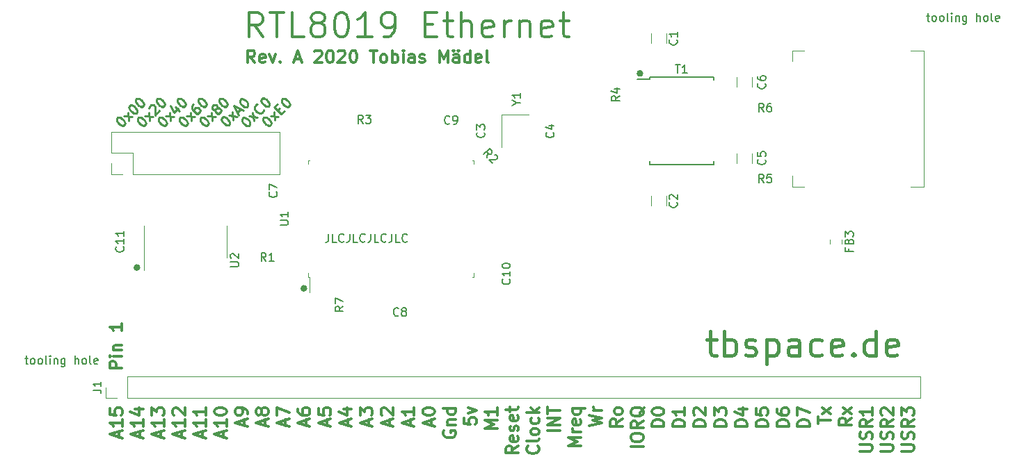
<source format=gto>
%TF.GenerationSoftware,KiCad,Pcbnew,5.1.6*%
%TF.CreationDate,2020-08-16T22:16:08+02:00*%
%TF.ProjectId,RC2014-Ethernet,52433230-3134-42d4-9574-6865726e6574,rev?*%
%TF.SameCoordinates,Original*%
%TF.FileFunction,Legend,Top*%
%TF.FilePolarity,Positive*%
%FSLAX46Y46*%
G04 Gerber Fmt 4.6, Leading zero omitted, Abs format (unit mm)*
G04 Created by KiCad (PCBNEW 5.1.6) date 2020-08-16 22:16:08*
%MOMM*%
%LPD*%
G01*
G04 APERTURE LIST*
%ADD10C,0.400000*%
%ADD11C,0.200000*%
%ADD12C,0.300000*%
%ADD13C,0.250000*%
%ADD14C,0.150000*%
%ADD15C,0.120000*%
G04 APERTURE END LIST*
D10*
X107902000Y-33744000D02*
G75*
G03*
X107902000Y-33744000I-200000J0D01*
G01*
D11*
X69802952Y-53300380D02*
X69802952Y-54014666D01*
X69755333Y-54157523D01*
X69660095Y-54252761D01*
X69517238Y-54300380D01*
X69422000Y-54300380D01*
X70755333Y-54300380D02*
X70279142Y-54300380D01*
X70279142Y-53300380D01*
X71660095Y-54205142D02*
X71612476Y-54252761D01*
X71469619Y-54300380D01*
X71374380Y-54300380D01*
X71231523Y-54252761D01*
X71136285Y-54157523D01*
X71088666Y-54062285D01*
X71041047Y-53871809D01*
X71041047Y-53728952D01*
X71088666Y-53538476D01*
X71136285Y-53443238D01*
X71231523Y-53348000D01*
X71374380Y-53300380D01*
X71469619Y-53300380D01*
X71612476Y-53348000D01*
X71660095Y-53395619D01*
X72374380Y-53300380D02*
X72374380Y-54014666D01*
X72326761Y-54157523D01*
X72231523Y-54252761D01*
X72088666Y-54300380D01*
X71993428Y-54300380D01*
X73326761Y-54300380D02*
X72850571Y-54300380D01*
X72850571Y-53300380D01*
X74231523Y-54205142D02*
X74183904Y-54252761D01*
X74041047Y-54300380D01*
X73945809Y-54300380D01*
X73802952Y-54252761D01*
X73707714Y-54157523D01*
X73660095Y-54062285D01*
X73612476Y-53871809D01*
X73612476Y-53728952D01*
X73660095Y-53538476D01*
X73707714Y-53443238D01*
X73802952Y-53348000D01*
X73945809Y-53300380D01*
X74041047Y-53300380D01*
X74183904Y-53348000D01*
X74231523Y-53395619D01*
X74945809Y-53300380D02*
X74945809Y-54014666D01*
X74898190Y-54157523D01*
X74802952Y-54252761D01*
X74660095Y-54300380D01*
X74564857Y-54300380D01*
X75898190Y-54300380D02*
X75422000Y-54300380D01*
X75422000Y-53300380D01*
X76802952Y-54205142D02*
X76755333Y-54252761D01*
X76612476Y-54300380D01*
X76517238Y-54300380D01*
X76374380Y-54252761D01*
X76279142Y-54157523D01*
X76231523Y-54062285D01*
X76183904Y-53871809D01*
X76183904Y-53728952D01*
X76231523Y-53538476D01*
X76279142Y-53443238D01*
X76374380Y-53348000D01*
X76517238Y-53300380D01*
X76612476Y-53300380D01*
X76755333Y-53348000D01*
X76802952Y-53395619D01*
X77517238Y-53300380D02*
X77517238Y-54014666D01*
X77469619Y-54157523D01*
X77374380Y-54252761D01*
X77231523Y-54300380D01*
X77136285Y-54300380D01*
X78469619Y-54300380D02*
X77993428Y-54300380D01*
X77993428Y-53300380D01*
X79374380Y-54205142D02*
X79326761Y-54252761D01*
X79183904Y-54300380D01*
X79088666Y-54300380D01*
X78945809Y-54252761D01*
X78850571Y-54157523D01*
X78802952Y-54062285D01*
X78755333Y-53871809D01*
X78755333Y-53728952D01*
X78802952Y-53538476D01*
X78850571Y-53443238D01*
X78945809Y-53348000D01*
X79088666Y-53300380D01*
X79183904Y-53300380D01*
X79326761Y-53348000D01*
X79374380Y-53395619D01*
D10*
X46682000Y-57404000D02*
G75*
G03*
X46682000Y-57404000I-200000J0D01*
G01*
X67002000Y-59944000D02*
G75*
G03*
X67002000Y-59944000I-200000J0D01*
G01*
D12*
X60834714Y-32428571D02*
X60334714Y-31714285D01*
X59977571Y-32428571D02*
X59977571Y-30928571D01*
X60548999Y-30928571D01*
X60691857Y-31000000D01*
X60763285Y-31071428D01*
X60834714Y-31214285D01*
X60834714Y-31428571D01*
X60763285Y-31571428D01*
X60691857Y-31642857D01*
X60548999Y-31714285D01*
X59977571Y-31714285D01*
X62048999Y-32357142D02*
X61906142Y-32428571D01*
X61620428Y-32428571D01*
X61477571Y-32357142D01*
X61406142Y-32214285D01*
X61406142Y-31642857D01*
X61477571Y-31500000D01*
X61620428Y-31428571D01*
X61906142Y-31428571D01*
X62048999Y-31500000D01*
X62120428Y-31642857D01*
X62120428Y-31785714D01*
X61406142Y-31928571D01*
X62620428Y-31428571D02*
X62977571Y-32428571D01*
X63334714Y-31428571D01*
X63906142Y-32285714D02*
X63977571Y-32357142D01*
X63906142Y-32428571D01*
X63834714Y-32357142D01*
X63906142Y-32285714D01*
X63906142Y-32428571D01*
X65691857Y-32000000D02*
X66406142Y-32000000D01*
X65548999Y-32428571D02*
X66048999Y-30928571D01*
X66548999Y-32428571D01*
X68120428Y-31071428D02*
X68191857Y-31000000D01*
X68334714Y-30928571D01*
X68691857Y-30928571D01*
X68834714Y-31000000D01*
X68906142Y-31071428D01*
X68977571Y-31214285D01*
X68977571Y-31357142D01*
X68906142Y-31571428D01*
X68049000Y-32428571D01*
X68977571Y-32428571D01*
X69906142Y-30928571D02*
X70049000Y-30928571D01*
X70191857Y-31000000D01*
X70263285Y-31071428D01*
X70334714Y-31214285D01*
X70406142Y-31500000D01*
X70406142Y-31857142D01*
X70334714Y-32142857D01*
X70263285Y-32285714D01*
X70191857Y-32357142D01*
X70049000Y-32428571D01*
X69906142Y-32428571D01*
X69763285Y-32357142D01*
X69691857Y-32285714D01*
X69620428Y-32142857D01*
X69549000Y-31857142D01*
X69549000Y-31500000D01*
X69620428Y-31214285D01*
X69691857Y-31071428D01*
X69763285Y-31000000D01*
X69906142Y-30928571D01*
X70977571Y-31071428D02*
X71049000Y-31000000D01*
X71191857Y-30928571D01*
X71549000Y-30928571D01*
X71691857Y-31000000D01*
X71763285Y-31071428D01*
X71834714Y-31214285D01*
X71834714Y-31357142D01*
X71763285Y-31571428D01*
X70906142Y-32428571D01*
X71834714Y-32428571D01*
X72763285Y-30928571D02*
X72906142Y-30928571D01*
X73049000Y-31000000D01*
X73120428Y-31071428D01*
X73191857Y-31214285D01*
X73263285Y-31500000D01*
X73263285Y-31857142D01*
X73191857Y-32142857D01*
X73120428Y-32285714D01*
X73049000Y-32357142D01*
X72906142Y-32428571D01*
X72763285Y-32428571D01*
X72620428Y-32357142D01*
X72549000Y-32285714D01*
X72477571Y-32142857D01*
X72406142Y-31857142D01*
X72406142Y-31500000D01*
X72477571Y-31214285D01*
X72549000Y-31071428D01*
X72620428Y-31000000D01*
X72763285Y-30928571D01*
X74834714Y-30928571D02*
X75691857Y-30928571D01*
X75263285Y-32428571D02*
X75263285Y-30928571D01*
X76406142Y-32428571D02*
X76263285Y-32357142D01*
X76191857Y-32285714D01*
X76120428Y-32142857D01*
X76120428Y-31714285D01*
X76191857Y-31571428D01*
X76263285Y-31500000D01*
X76406142Y-31428571D01*
X76620428Y-31428571D01*
X76763285Y-31500000D01*
X76834714Y-31571428D01*
X76906142Y-31714285D01*
X76906142Y-32142857D01*
X76834714Y-32285714D01*
X76763285Y-32357142D01*
X76620428Y-32428571D01*
X76406142Y-32428571D01*
X77549000Y-32428571D02*
X77549000Y-30928571D01*
X77549000Y-31500000D02*
X77691857Y-31428571D01*
X77977571Y-31428571D01*
X78120428Y-31500000D01*
X78191857Y-31571428D01*
X78263285Y-31714285D01*
X78263285Y-32142857D01*
X78191857Y-32285714D01*
X78120428Y-32357142D01*
X77977571Y-32428571D01*
X77691857Y-32428571D01*
X77549000Y-32357142D01*
X78906142Y-32428571D02*
X78906142Y-31428571D01*
X78906142Y-30928571D02*
X78834714Y-31000000D01*
X78906142Y-31071428D01*
X78977571Y-31000000D01*
X78906142Y-30928571D01*
X78906142Y-31071428D01*
X80263285Y-32428571D02*
X80263285Y-31642857D01*
X80191857Y-31500000D01*
X80049000Y-31428571D01*
X79763285Y-31428571D01*
X79620428Y-31500000D01*
X80263285Y-32357142D02*
X80120428Y-32428571D01*
X79763285Y-32428571D01*
X79620428Y-32357142D01*
X79549000Y-32214285D01*
X79549000Y-32071428D01*
X79620428Y-31928571D01*
X79763285Y-31857142D01*
X80120428Y-31857142D01*
X80263285Y-31785714D01*
X80906142Y-32357142D02*
X81049000Y-32428571D01*
X81334714Y-32428571D01*
X81477571Y-32357142D01*
X81549000Y-32214285D01*
X81549000Y-32142857D01*
X81477571Y-32000000D01*
X81334714Y-31928571D01*
X81120428Y-31928571D01*
X80977571Y-31857142D01*
X80906142Y-31714285D01*
X80906142Y-31642857D01*
X80977571Y-31500000D01*
X81120428Y-31428571D01*
X81334714Y-31428571D01*
X81477571Y-31500000D01*
X83334714Y-32428571D02*
X83334714Y-30928571D01*
X83834714Y-32000000D01*
X84334714Y-30928571D01*
X84334714Y-32428571D01*
X85691857Y-32428571D02*
X85691857Y-31642857D01*
X85620428Y-31500000D01*
X85477571Y-31428571D01*
X85191857Y-31428571D01*
X85049000Y-31500000D01*
X85691857Y-32357142D02*
X85549000Y-32428571D01*
X85191857Y-32428571D01*
X85049000Y-32357142D01*
X84977571Y-32214285D01*
X84977571Y-32071428D01*
X85049000Y-31928571D01*
X85191857Y-31857142D01*
X85549000Y-31857142D01*
X85691857Y-31785714D01*
X85049000Y-30928571D02*
X85120428Y-31000000D01*
X85049000Y-31071428D01*
X84977571Y-31000000D01*
X85049000Y-30928571D01*
X85049000Y-31071428D01*
X85620428Y-30928571D02*
X85691857Y-31000000D01*
X85620428Y-31071428D01*
X85549000Y-31000000D01*
X85620428Y-30928571D01*
X85620428Y-31071428D01*
X87049000Y-32428571D02*
X87049000Y-30928571D01*
X87049000Y-32357142D02*
X86906142Y-32428571D01*
X86620428Y-32428571D01*
X86477571Y-32357142D01*
X86406142Y-32285714D01*
X86334714Y-32142857D01*
X86334714Y-31714285D01*
X86406142Y-31571428D01*
X86477571Y-31500000D01*
X86620428Y-31428571D01*
X86906142Y-31428571D01*
X87049000Y-31500000D01*
X88334714Y-32357142D02*
X88191857Y-32428571D01*
X87906142Y-32428571D01*
X87763285Y-32357142D01*
X87691857Y-32214285D01*
X87691857Y-31642857D01*
X87763285Y-31500000D01*
X87906142Y-31428571D01*
X88191857Y-31428571D01*
X88334714Y-31500000D01*
X88406142Y-31642857D01*
X88406142Y-31785714D01*
X87691857Y-31928571D01*
X89263285Y-32428571D02*
X89120428Y-32357142D01*
X89049000Y-32214285D01*
X89049000Y-30928571D01*
X61803571Y-29297142D02*
X60803571Y-27868571D01*
X60089285Y-29297142D02*
X60089285Y-26297142D01*
X61232142Y-26297142D01*
X61517857Y-26440000D01*
X61660714Y-26582857D01*
X61803571Y-26868571D01*
X61803571Y-27297142D01*
X61660714Y-27582857D01*
X61517857Y-27725714D01*
X61232142Y-27868571D01*
X60089285Y-27868571D01*
X62660714Y-26297142D02*
X64375000Y-26297142D01*
X63517857Y-29297142D02*
X63517857Y-26297142D01*
X66803571Y-29297142D02*
X65375000Y-29297142D01*
X65375000Y-26297142D01*
X68232142Y-27582857D02*
X67946428Y-27440000D01*
X67803571Y-27297142D01*
X67660714Y-27011428D01*
X67660714Y-26868571D01*
X67803571Y-26582857D01*
X67946428Y-26440000D01*
X68232142Y-26297142D01*
X68803571Y-26297142D01*
X69089285Y-26440000D01*
X69232142Y-26582857D01*
X69375000Y-26868571D01*
X69375000Y-27011428D01*
X69232142Y-27297142D01*
X69089285Y-27440000D01*
X68803571Y-27582857D01*
X68232142Y-27582857D01*
X67946428Y-27725714D01*
X67803571Y-27868571D01*
X67660714Y-28154285D01*
X67660714Y-28725714D01*
X67803571Y-29011428D01*
X67946428Y-29154285D01*
X68232142Y-29297142D01*
X68803571Y-29297142D01*
X69089285Y-29154285D01*
X69232142Y-29011428D01*
X69375000Y-28725714D01*
X69375000Y-28154285D01*
X69232142Y-27868571D01*
X69089285Y-27725714D01*
X68803571Y-27582857D01*
X71232142Y-26297142D02*
X71517857Y-26297142D01*
X71803571Y-26440000D01*
X71946428Y-26582857D01*
X72089285Y-26868571D01*
X72232142Y-27440000D01*
X72232142Y-28154285D01*
X72089285Y-28725714D01*
X71946428Y-29011428D01*
X71803571Y-29154285D01*
X71517857Y-29297142D01*
X71232142Y-29297142D01*
X70946428Y-29154285D01*
X70803571Y-29011428D01*
X70660714Y-28725714D01*
X70517857Y-28154285D01*
X70517857Y-27440000D01*
X70660714Y-26868571D01*
X70803571Y-26582857D01*
X70946428Y-26440000D01*
X71232142Y-26297142D01*
X75089285Y-29297142D02*
X73375000Y-29297142D01*
X74232142Y-29297142D02*
X74232142Y-26297142D01*
X73946428Y-26725714D01*
X73660714Y-27011428D01*
X73375000Y-27154285D01*
X76517857Y-29297142D02*
X77089285Y-29297142D01*
X77375000Y-29154285D01*
X77517857Y-29011428D01*
X77803571Y-28582857D01*
X77946428Y-28011428D01*
X77946428Y-26868571D01*
X77803571Y-26582857D01*
X77660714Y-26440000D01*
X77375000Y-26297142D01*
X76803571Y-26297142D01*
X76517857Y-26440000D01*
X76375000Y-26582857D01*
X76232142Y-26868571D01*
X76232142Y-27582857D01*
X76375000Y-27868571D01*
X76517857Y-28011428D01*
X76803571Y-28154285D01*
X77375000Y-28154285D01*
X77660714Y-28011428D01*
X77803571Y-27868571D01*
X77946428Y-27582857D01*
X81517857Y-27725714D02*
X82517857Y-27725714D01*
X82946428Y-29297142D02*
X81517857Y-29297142D01*
X81517857Y-26297142D01*
X82946428Y-26297142D01*
X83803571Y-27297142D02*
X84946428Y-27297142D01*
X84232142Y-26297142D02*
X84232142Y-28868571D01*
X84375000Y-29154285D01*
X84660714Y-29297142D01*
X84946428Y-29297142D01*
X85946428Y-29297142D02*
X85946428Y-26297142D01*
X87232142Y-29297142D02*
X87232142Y-27725714D01*
X87089285Y-27440000D01*
X86803571Y-27297142D01*
X86375000Y-27297142D01*
X86089285Y-27440000D01*
X85946428Y-27582857D01*
X89803571Y-29154285D02*
X89517857Y-29297142D01*
X88946428Y-29297142D01*
X88660714Y-29154285D01*
X88517857Y-28868571D01*
X88517857Y-27725714D01*
X88660714Y-27440000D01*
X88946428Y-27297142D01*
X89517857Y-27297142D01*
X89803571Y-27440000D01*
X89946428Y-27725714D01*
X89946428Y-28011428D01*
X88517857Y-28297142D01*
X91232142Y-29297142D02*
X91232142Y-27297142D01*
X91232142Y-27868571D02*
X91375000Y-27582857D01*
X91517857Y-27440000D01*
X91803571Y-27297142D01*
X92089285Y-27297142D01*
X93089285Y-27297142D02*
X93089285Y-29297142D01*
X93089285Y-27582857D02*
X93232142Y-27440000D01*
X93517857Y-27297142D01*
X93946428Y-27297142D01*
X94232142Y-27440000D01*
X94375000Y-27725714D01*
X94375000Y-29297142D01*
X96946428Y-29154285D02*
X96660714Y-29297142D01*
X96089285Y-29297142D01*
X95803571Y-29154285D01*
X95660714Y-28868571D01*
X95660714Y-27725714D01*
X95803571Y-27440000D01*
X96089285Y-27297142D01*
X96660714Y-27297142D01*
X96946428Y-27440000D01*
X97089285Y-27725714D01*
X97089285Y-28011428D01*
X95660714Y-28297142D01*
X97946428Y-27297142D02*
X99089285Y-27297142D01*
X98375000Y-26297142D02*
X98375000Y-28868571D01*
X98517857Y-29154285D01*
X98803571Y-29297142D01*
X99089285Y-29297142D01*
D10*
X115849285Y-66159142D02*
X116992142Y-66159142D01*
X116277857Y-65159142D02*
X116277857Y-67730571D01*
X116420714Y-68016285D01*
X116706428Y-68159142D01*
X116992142Y-68159142D01*
X117992142Y-68159142D02*
X117992142Y-65159142D01*
X117992142Y-66302000D02*
X118277857Y-66159142D01*
X118849285Y-66159142D01*
X119135000Y-66302000D01*
X119277857Y-66444857D01*
X119420714Y-66730571D01*
X119420714Y-67587714D01*
X119277857Y-67873428D01*
X119135000Y-68016285D01*
X118849285Y-68159142D01*
X118277857Y-68159142D01*
X117992142Y-68016285D01*
X120563571Y-68016285D02*
X120849285Y-68159142D01*
X121420714Y-68159142D01*
X121706428Y-68016285D01*
X121849285Y-67730571D01*
X121849285Y-67587714D01*
X121706428Y-67302000D01*
X121420714Y-67159142D01*
X120992142Y-67159142D01*
X120706428Y-67016285D01*
X120563571Y-66730571D01*
X120563571Y-66587714D01*
X120706428Y-66302000D01*
X120992142Y-66159142D01*
X121420714Y-66159142D01*
X121706428Y-66302000D01*
X123135000Y-66159142D02*
X123135000Y-69159142D01*
X123135000Y-66302000D02*
X123420714Y-66159142D01*
X123992142Y-66159142D01*
X124277857Y-66302000D01*
X124420714Y-66444857D01*
X124563571Y-66730571D01*
X124563571Y-67587714D01*
X124420714Y-67873428D01*
X124277857Y-68016285D01*
X123992142Y-68159142D01*
X123420714Y-68159142D01*
X123135000Y-68016285D01*
X127135000Y-68159142D02*
X127135000Y-66587714D01*
X126992142Y-66302000D01*
X126706428Y-66159142D01*
X126135000Y-66159142D01*
X125849285Y-66302000D01*
X127135000Y-68016285D02*
X126849285Y-68159142D01*
X126135000Y-68159142D01*
X125849285Y-68016285D01*
X125706428Y-67730571D01*
X125706428Y-67444857D01*
X125849285Y-67159142D01*
X126135000Y-67016285D01*
X126849285Y-67016285D01*
X127135000Y-66873428D01*
X129849285Y-68016285D02*
X129563571Y-68159142D01*
X128992142Y-68159142D01*
X128706428Y-68016285D01*
X128563571Y-67873428D01*
X128420714Y-67587714D01*
X128420714Y-66730571D01*
X128563571Y-66444857D01*
X128706428Y-66302000D01*
X128992142Y-66159142D01*
X129563571Y-66159142D01*
X129849285Y-66302000D01*
X132277857Y-68016285D02*
X131992142Y-68159142D01*
X131420714Y-68159142D01*
X131135000Y-68016285D01*
X130992142Y-67730571D01*
X130992142Y-66587714D01*
X131135000Y-66302000D01*
X131420714Y-66159142D01*
X131992142Y-66159142D01*
X132277857Y-66302000D01*
X132420714Y-66587714D01*
X132420714Y-66873428D01*
X130992142Y-67159142D01*
X133706428Y-67873428D02*
X133849285Y-68016285D01*
X133706428Y-68159142D01*
X133563571Y-68016285D01*
X133706428Y-67873428D01*
X133706428Y-68159142D01*
X136420714Y-68159142D02*
X136420714Y-65159142D01*
X136420714Y-68016285D02*
X136135000Y-68159142D01*
X135563571Y-68159142D01*
X135277857Y-68016285D01*
X135135000Y-67873428D01*
X134992142Y-67587714D01*
X134992142Y-66730571D01*
X135135000Y-66444857D01*
X135277857Y-66302000D01*
X135563571Y-66159142D01*
X136135000Y-66159142D01*
X136420714Y-66302000D01*
X138992142Y-68016285D02*
X138706428Y-68159142D01*
X138135000Y-68159142D01*
X137849285Y-68016285D01*
X137706428Y-67730571D01*
X137706428Y-66587714D01*
X137849285Y-66302000D01*
X138135000Y-66159142D01*
X138706428Y-66159142D01*
X138992142Y-66302000D01*
X139135000Y-66587714D01*
X139135000Y-66873428D01*
X137706428Y-67159142D01*
D13*
X44063349Y-39208309D02*
X44144162Y-39127497D01*
X44265380Y-39087091D01*
X44346192Y-39087091D01*
X44467410Y-39127497D01*
X44669441Y-39248715D01*
X44871471Y-39450746D01*
X44992690Y-39652776D01*
X45033096Y-39773995D01*
X45033096Y-39854807D01*
X44992690Y-39976025D01*
X44911877Y-40056837D01*
X44790659Y-40097244D01*
X44709847Y-40097244D01*
X44588629Y-40056837D01*
X44386598Y-39935619D01*
X44184568Y-39733589D01*
X44063349Y-39531558D01*
X44022943Y-39410340D01*
X44022943Y-39329528D01*
X44063349Y-39208309D01*
X45477563Y-39491152D02*
X45356345Y-38481000D01*
X44911877Y-38925467D02*
X45922030Y-39046685D01*
X45558375Y-37713284D02*
X45639187Y-37632471D01*
X45760406Y-37592065D01*
X45841218Y-37592065D01*
X45962436Y-37632471D01*
X46164467Y-37753690D01*
X46366497Y-37955720D01*
X46487715Y-38157751D01*
X46528122Y-38278969D01*
X46528122Y-38359781D01*
X46487715Y-38481000D01*
X46406903Y-38561812D01*
X46285685Y-38602218D01*
X46204873Y-38602218D01*
X46083654Y-38561812D01*
X45881624Y-38440593D01*
X45679593Y-38238563D01*
X45558375Y-38036532D01*
X45517969Y-37915314D01*
X45517969Y-37834502D01*
X45558375Y-37713284D01*
X46366497Y-36905162D02*
X46447309Y-36824349D01*
X46568528Y-36783943D01*
X46649340Y-36783943D01*
X46770558Y-36824349D01*
X46972589Y-36945568D01*
X47174619Y-37147598D01*
X47295837Y-37349629D01*
X47336244Y-37470847D01*
X47336244Y-37551659D01*
X47295837Y-37672877D01*
X47215025Y-37753690D01*
X47093807Y-37794096D01*
X47012995Y-37794096D01*
X46891776Y-37753690D01*
X46689746Y-37632471D01*
X46487715Y-37430441D01*
X46366497Y-37228410D01*
X46326091Y-37107192D01*
X46326091Y-37026380D01*
X46366497Y-36905162D01*
X61863552Y-39188106D02*
X61944365Y-39107294D01*
X62065583Y-39066888D01*
X62146395Y-39066888D01*
X62267613Y-39107294D01*
X62469644Y-39228512D01*
X62671674Y-39430543D01*
X62792893Y-39632573D01*
X62833299Y-39753792D01*
X62833299Y-39834604D01*
X62792893Y-39955822D01*
X62712081Y-40036634D01*
X62590862Y-40077041D01*
X62510050Y-40077041D01*
X62388832Y-40036634D01*
X62186801Y-39915416D01*
X61984771Y-39713386D01*
X61863552Y-39511355D01*
X61823146Y-39390137D01*
X61823146Y-39309325D01*
X61863552Y-39188106D01*
X63277766Y-39470949D02*
X63156548Y-38460796D01*
X62712081Y-38905264D02*
X63722233Y-39026482D01*
X63601015Y-38258766D02*
X63883857Y-37975923D01*
X64449543Y-38299172D02*
X64045482Y-38703233D01*
X63196954Y-37854705D01*
X63601015Y-37450644D01*
X64126294Y-36925365D02*
X64207106Y-36844552D01*
X64328325Y-36804146D01*
X64409137Y-36804146D01*
X64530355Y-36844552D01*
X64732386Y-36965771D01*
X64934416Y-37167801D01*
X65055634Y-37369832D01*
X65096041Y-37491050D01*
X65096041Y-37571862D01*
X65055634Y-37693081D01*
X64974822Y-37773893D01*
X64853604Y-37814299D01*
X64772792Y-37814299D01*
X64651573Y-37773893D01*
X64449543Y-37652674D01*
X64247512Y-37450644D01*
X64126294Y-37248613D01*
X64085888Y-37127395D01*
X64085888Y-37046583D01*
X64126294Y-36925365D01*
X59283146Y-39228512D02*
X59363958Y-39147700D01*
X59485177Y-39107294D01*
X59565989Y-39107294D01*
X59687207Y-39147700D01*
X59889238Y-39268918D01*
X60091268Y-39470949D01*
X60212487Y-39672980D01*
X60252893Y-39794198D01*
X60252893Y-39875010D01*
X60212487Y-39996228D01*
X60131674Y-40077041D01*
X60010456Y-40117447D01*
X59929644Y-40117447D01*
X59808426Y-40077041D01*
X59606395Y-39955822D01*
X59404365Y-39753792D01*
X59283146Y-39551761D01*
X59242740Y-39430543D01*
X59242740Y-39349731D01*
X59283146Y-39228512D01*
X60697360Y-39511355D02*
X60576142Y-38501203D01*
X60131674Y-38945670D02*
X61141827Y-39066888D01*
X61869137Y-38177954D02*
X61869137Y-38258766D01*
X61788325Y-38420390D01*
X61707512Y-38501203D01*
X61545888Y-38582015D01*
X61384264Y-38582015D01*
X61263045Y-38541609D01*
X61061015Y-38420390D01*
X60939796Y-38299172D01*
X60818578Y-38097142D01*
X60778172Y-37975923D01*
X60778172Y-37814299D01*
X60858984Y-37652674D01*
X60939796Y-37571862D01*
X61101421Y-37491050D01*
X61182233Y-37491050D01*
X61626700Y-36884958D02*
X61707512Y-36804146D01*
X61828731Y-36763740D01*
X61909543Y-36763740D01*
X62030761Y-36804146D01*
X62232792Y-36925365D01*
X62434822Y-37127395D01*
X62556041Y-37329426D01*
X62596447Y-37450644D01*
X62596447Y-37531456D01*
X62556041Y-37652674D01*
X62475228Y-37733487D01*
X62354010Y-37773893D01*
X62273198Y-37773893D01*
X62151980Y-37733487D01*
X61949949Y-37612268D01*
X61747918Y-37410238D01*
X61626700Y-37208207D01*
X61586294Y-37086989D01*
X61586294Y-37006177D01*
X61626700Y-36884958D01*
X56803755Y-39167903D02*
X56884568Y-39087091D01*
X57005786Y-39046685D01*
X57086598Y-39046685D01*
X57207816Y-39087091D01*
X57409847Y-39208309D01*
X57611877Y-39410340D01*
X57733096Y-39612370D01*
X57773502Y-39733589D01*
X57773502Y-39814401D01*
X57733096Y-39935619D01*
X57652284Y-40016431D01*
X57531065Y-40056837D01*
X57450253Y-40056837D01*
X57329035Y-40016431D01*
X57127004Y-39895213D01*
X56924974Y-39693183D01*
X56803755Y-39491152D01*
X56763349Y-39369934D01*
X56763349Y-39289122D01*
X56803755Y-39167903D01*
X58217969Y-39450746D02*
X58096751Y-38440593D01*
X57652284Y-38885061D02*
X58662436Y-39006279D01*
X58702842Y-38481000D02*
X59106903Y-38076938D01*
X58864467Y-38804248D02*
X58298781Y-37672877D01*
X59430152Y-38238563D01*
X59026091Y-36945568D02*
X59106903Y-36864755D01*
X59228122Y-36824349D01*
X59308934Y-36824349D01*
X59430152Y-36864755D01*
X59632183Y-36985974D01*
X59834213Y-37188004D01*
X59955431Y-37390035D01*
X59995837Y-37511253D01*
X59995837Y-37592065D01*
X59955431Y-37713284D01*
X59874619Y-37794096D01*
X59753401Y-37834502D01*
X59672589Y-37834502D01*
X59551370Y-37794096D01*
X59349340Y-37672877D01*
X59147309Y-37470847D01*
X59026091Y-37268816D01*
X58985685Y-37147598D01*
X58985685Y-37066786D01*
X59026091Y-36945568D01*
X54223349Y-39208309D02*
X54304162Y-39127497D01*
X54425380Y-39087091D01*
X54506192Y-39087091D01*
X54627410Y-39127497D01*
X54829441Y-39248715D01*
X55031471Y-39450746D01*
X55152690Y-39652776D01*
X55193096Y-39773995D01*
X55193096Y-39854807D01*
X55152690Y-39976025D01*
X55071877Y-40056837D01*
X54950659Y-40097244D01*
X54869847Y-40097244D01*
X54748629Y-40056837D01*
X54546598Y-39935619D01*
X54344568Y-39733589D01*
X54223349Y-39531558D01*
X54182943Y-39410340D01*
X54182943Y-39329528D01*
X54223349Y-39208309D01*
X55637563Y-39491152D02*
X55516345Y-38481000D01*
X55071877Y-38925467D02*
X56082030Y-39046685D01*
X56041624Y-38117345D02*
X55920406Y-38157751D01*
X55839593Y-38157751D01*
X55718375Y-38117345D01*
X55677969Y-38076938D01*
X55637563Y-37955720D01*
X55637563Y-37874908D01*
X55677969Y-37753690D01*
X55839593Y-37592065D01*
X55960812Y-37551659D01*
X56041624Y-37551659D01*
X56162842Y-37592065D01*
X56203248Y-37632471D01*
X56243654Y-37753690D01*
X56243654Y-37834502D01*
X56203248Y-37955720D01*
X56041624Y-38117345D01*
X56001218Y-38238563D01*
X56001218Y-38319375D01*
X56041624Y-38440593D01*
X56203248Y-38602218D01*
X56324467Y-38642624D01*
X56405279Y-38642624D01*
X56526497Y-38602218D01*
X56688122Y-38440593D01*
X56728528Y-38319375D01*
X56728528Y-38238563D01*
X56688122Y-38117345D01*
X56526497Y-37955720D01*
X56405279Y-37915314D01*
X56324467Y-37915314D01*
X56203248Y-37955720D01*
X56526497Y-36905162D02*
X56607309Y-36824349D01*
X56728528Y-36783943D01*
X56809340Y-36783943D01*
X56930558Y-36824349D01*
X57132589Y-36945568D01*
X57334619Y-37147598D01*
X57455837Y-37349629D01*
X57496244Y-37470847D01*
X57496244Y-37551659D01*
X57455837Y-37672877D01*
X57375025Y-37753690D01*
X57253807Y-37794096D01*
X57172995Y-37794096D01*
X57051776Y-37753690D01*
X56849746Y-37632471D01*
X56647715Y-37430441D01*
X56526497Y-37228410D01*
X56486091Y-37107192D01*
X56486091Y-37026380D01*
X56526497Y-36905162D01*
X51683349Y-39208309D02*
X51764162Y-39127497D01*
X51885380Y-39087091D01*
X51966192Y-39087091D01*
X52087410Y-39127497D01*
X52289441Y-39248715D01*
X52491471Y-39450746D01*
X52612690Y-39652776D01*
X52653096Y-39773995D01*
X52653096Y-39854807D01*
X52612690Y-39976025D01*
X52531877Y-40056837D01*
X52410659Y-40097244D01*
X52329847Y-40097244D01*
X52208629Y-40056837D01*
X52006598Y-39935619D01*
X51804568Y-39733589D01*
X51683349Y-39531558D01*
X51642943Y-39410340D01*
X51642943Y-39329528D01*
X51683349Y-39208309D01*
X53097563Y-39491152D02*
X52976345Y-38481000D01*
X52531877Y-38925467D02*
X53542030Y-39046685D01*
X53380406Y-37511253D02*
X53218781Y-37672877D01*
X53178375Y-37794096D01*
X53178375Y-37874908D01*
X53218781Y-38076938D01*
X53340000Y-38278969D01*
X53663248Y-38602218D01*
X53784467Y-38642624D01*
X53865279Y-38642624D01*
X53986497Y-38602218D01*
X54148122Y-38440593D01*
X54188528Y-38319375D01*
X54188528Y-38238563D01*
X54148122Y-38117345D01*
X53946091Y-37915314D01*
X53824873Y-37874908D01*
X53744061Y-37874908D01*
X53622842Y-37915314D01*
X53461218Y-38076938D01*
X53420812Y-38198157D01*
X53420812Y-38278969D01*
X53461218Y-38400187D01*
X53986497Y-36905162D02*
X54067309Y-36824349D01*
X54188528Y-36783943D01*
X54269340Y-36783943D01*
X54390558Y-36824349D01*
X54592589Y-36945568D01*
X54794619Y-37147598D01*
X54915837Y-37349629D01*
X54956244Y-37470847D01*
X54956244Y-37551659D01*
X54915837Y-37672877D01*
X54835025Y-37753690D01*
X54713807Y-37794096D01*
X54632995Y-37794096D01*
X54511776Y-37753690D01*
X54309746Y-37632471D01*
X54107715Y-37430441D01*
X53986497Y-37228410D01*
X53946091Y-37107192D01*
X53946091Y-37026380D01*
X53986497Y-36905162D01*
X49143349Y-39208309D02*
X49224162Y-39127497D01*
X49345380Y-39087091D01*
X49426192Y-39087091D01*
X49547410Y-39127497D01*
X49749441Y-39248715D01*
X49951471Y-39450746D01*
X50072690Y-39652776D01*
X50113096Y-39773995D01*
X50113096Y-39854807D01*
X50072690Y-39976025D01*
X49991877Y-40056837D01*
X49870659Y-40097244D01*
X49789847Y-40097244D01*
X49668629Y-40056837D01*
X49466598Y-39935619D01*
X49264568Y-39733589D01*
X49143349Y-39531558D01*
X49102943Y-39410340D01*
X49102943Y-39329528D01*
X49143349Y-39208309D01*
X50557563Y-39491152D02*
X50436345Y-38481000D01*
X49991877Y-38925467D02*
X51002030Y-39046685D01*
X51123248Y-37794096D02*
X51688934Y-38359781D01*
X50597969Y-37672877D02*
X51002030Y-38481000D01*
X51527309Y-37955720D01*
X51446497Y-36905162D02*
X51527309Y-36824349D01*
X51648528Y-36783943D01*
X51729340Y-36783943D01*
X51850558Y-36824349D01*
X52052589Y-36945568D01*
X52254619Y-37147598D01*
X52375837Y-37349629D01*
X52416244Y-37470847D01*
X52416244Y-37551659D01*
X52375837Y-37672877D01*
X52295025Y-37753690D01*
X52173807Y-37794096D01*
X52092995Y-37794096D01*
X51971776Y-37753690D01*
X51769746Y-37632471D01*
X51567715Y-37430441D01*
X51446497Y-37228410D01*
X51406091Y-37107192D01*
X51406091Y-37026380D01*
X51446497Y-36905162D01*
X46603349Y-39208309D02*
X46684162Y-39127497D01*
X46805380Y-39087091D01*
X46886192Y-39087091D01*
X47007410Y-39127497D01*
X47209441Y-39248715D01*
X47411471Y-39450746D01*
X47532690Y-39652776D01*
X47573096Y-39773995D01*
X47573096Y-39854807D01*
X47532690Y-39976025D01*
X47451877Y-40056837D01*
X47330659Y-40097244D01*
X47249847Y-40097244D01*
X47128629Y-40056837D01*
X46926598Y-39935619D01*
X46724568Y-39733589D01*
X46603349Y-39531558D01*
X46562943Y-39410340D01*
X46562943Y-39329528D01*
X46603349Y-39208309D01*
X48017563Y-39491152D02*
X47896345Y-38481000D01*
X47451877Y-38925467D02*
X48462030Y-39046685D01*
X47977157Y-37996126D02*
X47977157Y-37915314D01*
X48017563Y-37794096D01*
X48219593Y-37592065D01*
X48340812Y-37551659D01*
X48421624Y-37551659D01*
X48542842Y-37592065D01*
X48623654Y-37672877D01*
X48704467Y-37834502D01*
X48704467Y-38804248D01*
X49229746Y-38278969D01*
X48906497Y-36905162D02*
X48987309Y-36824349D01*
X49108528Y-36783943D01*
X49189340Y-36783943D01*
X49310558Y-36824349D01*
X49512589Y-36945568D01*
X49714619Y-37147598D01*
X49835837Y-37349629D01*
X49876244Y-37470847D01*
X49876244Y-37551659D01*
X49835837Y-37672877D01*
X49755025Y-37753690D01*
X49633807Y-37794096D01*
X49552995Y-37794096D01*
X49431776Y-37753690D01*
X49229746Y-37632471D01*
X49027715Y-37430441D01*
X48906497Y-37228410D01*
X48866091Y-37107192D01*
X48866091Y-37026380D01*
X48906497Y-36905162D01*
D12*
X44292533Y-78096842D02*
X44292533Y-77382557D01*
X44718247Y-78239700D02*
X43228247Y-77739700D01*
X44718247Y-77239700D01*
X44718247Y-75953985D02*
X44718247Y-76811128D01*
X44718247Y-76382557D02*
X43228247Y-76382557D01*
X43441104Y-76525414D01*
X43583009Y-76668271D01*
X43653961Y-76811128D01*
X43228247Y-74596842D02*
X43228247Y-75311128D01*
X43937771Y-75382557D01*
X43866819Y-75311128D01*
X43795866Y-75168271D01*
X43795866Y-74811128D01*
X43866819Y-74668271D01*
X43937771Y-74596842D01*
X44079676Y-74525414D01*
X44434438Y-74525414D01*
X44576342Y-74596842D01*
X44647295Y-74668271D01*
X44718247Y-74811128D01*
X44718247Y-75168271D01*
X44647295Y-75311128D01*
X44576342Y-75382557D01*
X46827533Y-78096842D02*
X46827533Y-77382557D01*
X47253247Y-78239700D02*
X45763247Y-77739700D01*
X47253247Y-77239700D01*
X47253247Y-75953985D02*
X47253247Y-76811128D01*
X47253247Y-76382557D02*
X45763247Y-76382557D01*
X45976104Y-76525414D01*
X46118009Y-76668271D01*
X46188961Y-76811128D01*
X46259914Y-74668271D02*
X47253247Y-74668271D01*
X45692295Y-75025414D02*
X46756580Y-75382557D01*
X46756580Y-74453985D01*
X49362533Y-78096842D02*
X49362533Y-77382557D01*
X49788247Y-78239700D02*
X48298247Y-77739700D01*
X49788247Y-77239700D01*
X49788247Y-75953985D02*
X49788247Y-76811128D01*
X49788247Y-76382557D02*
X48298247Y-76382557D01*
X48511104Y-76525414D01*
X48653009Y-76668271D01*
X48723961Y-76811128D01*
X48298247Y-75453985D02*
X48298247Y-74525414D01*
X48865866Y-75025414D01*
X48865866Y-74811128D01*
X48936819Y-74668271D01*
X49007771Y-74596842D01*
X49149676Y-74525414D01*
X49504438Y-74525414D01*
X49646342Y-74596842D01*
X49717295Y-74668271D01*
X49788247Y-74811128D01*
X49788247Y-75239700D01*
X49717295Y-75382557D01*
X49646342Y-75453985D01*
X51897533Y-78096842D02*
X51897533Y-77382557D01*
X52323247Y-78239700D02*
X50833247Y-77739700D01*
X52323247Y-77239700D01*
X52323247Y-75953985D02*
X52323247Y-76811128D01*
X52323247Y-76382557D02*
X50833247Y-76382557D01*
X51046104Y-76525414D01*
X51188009Y-76668271D01*
X51258961Y-76811128D01*
X50975152Y-75382557D02*
X50904200Y-75311128D01*
X50833247Y-75168271D01*
X50833247Y-74811128D01*
X50904200Y-74668271D01*
X50975152Y-74596842D01*
X51117057Y-74525414D01*
X51258961Y-74525414D01*
X51471819Y-74596842D01*
X52323247Y-75453985D01*
X52323247Y-74525414D01*
X54432533Y-78096842D02*
X54432533Y-77382557D01*
X54858247Y-78239700D02*
X53368247Y-77739700D01*
X54858247Y-77239700D01*
X54858247Y-75953985D02*
X54858247Y-76811128D01*
X54858247Y-76382557D02*
X53368247Y-76382557D01*
X53581104Y-76525414D01*
X53723009Y-76668271D01*
X53793961Y-76811128D01*
X54858247Y-74525414D02*
X54858247Y-75382557D01*
X54858247Y-74953985D02*
X53368247Y-74953985D01*
X53581104Y-75096842D01*
X53723009Y-75239700D01*
X53793961Y-75382557D01*
X56967533Y-78096842D02*
X56967533Y-77382557D01*
X57393247Y-78239700D02*
X55903247Y-77739700D01*
X57393247Y-77239700D01*
X57393247Y-75953985D02*
X57393247Y-76811128D01*
X57393247Y-76382557D02*
X55903247Y-76382557D01*
X56116104Y-76525414D01*
X56258009Y-76668271D01*
X56328961Y-76811128D01*
X55903247Y-75025414D02*
X55903247Y-74882557D01*
X55974200Y-74739700D01*
X56045152Y-74668271D01*
X56187057Y-74596842D01*
X56470866Y-74525414D01*
X56825628Y-74525414D01*
X57109438Y-74596842D01*
X57251342Y-74668271D01*
X57322295Y-74739700D01*
X57393247Y-74882557D01*
X57393247Y-75025414D01*
X57322295Y-75168271D01*
X57251342Y-75239700D01*
X57109438Y-75311128D01*
X56825628Y-75382557D01*
X56470866Y-75382557D01*
X56187057Y-75311128D01*
X56045152Y-75239700D01*
X55974200Y-75168271D01*
X55903247Y-75025414D01*
X59502533Y-76668271D02*
X59502533Y-75953985D01*
X59928247Y-76811128D02*
X58438247Y-76311128D01*
X59928247Y-75811128D01*
X59928247Y-75239700D02*
X59928247Y-74953985D01*
X59857295Y-74811128D01*
X59786342Y-74739700D01*
X59573485Y-74596842D01*
X59289676Y-74525414D01*
X58722057Y-74525414D01*
X58580152Y-74596842D01*
X58509200Y-74668271D01*
X58438247Y-74811128D01*
X58438247Y-75096842D01*
X58509200Y-75239700D01*
X58580152Y-75311128D01*
X58722057Y-75382557D01*
X59076819Y-75382557D01*
X59218723Y-75311128D01*
X59289676Y-75239700D01*
X59360628Y-75096842D01*
X59360628Y-74811128D01*
X59289676Y-74668271D01*
X59218723Y-74596842D01*
X59076819Y-74525414D01*
X62037533Y-76668271D02*
X62037533Y-75953985D01*
X62463247Y-76811128D02*
X60973247Y-76311128D01*
X62463247Y-75811128D01*
X61611819Y-75096842D02*
X61540866Y-75239700D01*
X61469914Y-75311128D01*
X61328009Y-75382557D01*
X61257057Y-75382557D01*
X61115152Y-75311128D01*
X61044200Y-75239700D01*
X60973247Y-75096842D01*
X60973247Y-74811128D01*
X61044200Y-74668271D01*
X61115152Y-74596842D01*
X61257057Y-74525414D01*
X61328009Y-74525414D01*
X61469914Y-74596842D01*
X61540866Y-74668271D01*
X61611819Y-74811128D01*
X61611819Y-75096842D01*
X61682771Y-75239700D01*
X61753723Y-75311128D01*
X61895628Y-75382557D01*
X62179438Y-75382557D01*
X62321342Y-75311128D01*
X62392295Y-75239700D01*
X62463247Y-75096842D01*
X62463247Y-74811128D01*
X62392295Y-74668271D01*
X62321342Y-74596842D01*
X62179438Y-74525414D01*
X61895628Y-74525414D01*
X61753723Y-74596842D01*
X61682771Y-74668271D01*
X61611819Y-74811128D01*
X64572533Y-76668271D02*
X64572533Y-75953985D01*
X64998247Y-76811128D02*
X63508247Y-76311128D01*
X64998247Y-75811128D01*
X63508247Y-75453985D02*
X63508247Y-74453985D01*
X64998247Y-75096842D01*
X67107533Y-76668271D02*
X67107533Y-75953985D01*
X67533247Y-76811128D02*
X66043247Y-76311128D01*
X67533247Y-75811128D01*
X66043247Y-74668271D02*
X66043247Y-74953985D01*
X66114200Y-75096842D01*
X66185152Y-75168271D01*
X66398009Y-75311128D01*
X66681819Y-75382557D01*
X67249438Y-75382557D01*
X67391342Y-75311128D01*
X67462295Y-75239700D01*
X67533247Y-75096842D01*
X67533247Y-74811128D01*
X67462295Y-74668271D01*
X67391342Y-74596842D01*
X67249438Y-74525414D01*
X66894676Y-74525414D01*
X66752771Y-74596842D01*
X66681819Y-74668271D01*
X66610866Y-74811128D01*
X66610866Y-75096842D01*
X66681819Y-75239700D01*
X66752771Y-75311128D01*
X66894676Y-75382557D01*
X69642533Y-76668271D02*
X69642533Y-75953985D01*
X70068247Y-76811128D02*
X68578247Y-76311128D01*
X70068247Y-75811128D01*
X68578247Y-74596842D02*
X68578247Y-75311128D01*
X69287771Y-75382557D01*
X69216819Y-75311128D01*
X69145866Y-75168271D01*
X69145866Y-74811128D01*
X69216819Y-74668271D01*
X69287771Y-74596842D01*
X69429676Y-74525414D01*
X69784438Y-74525414D01*
X69926342Y-74596842D01*
X69997295Y-74668271D01*
X70068247Y-74811128D01*
X70068247Y-75168271D01*
X69997295Y-75311128D01*
X69926342Y-75382557D01*
X72177533Y-76668271D02*
X72177533Y-75953985D01*
X72603247Y-76811128D02*
X71113247Y-76311128D01*
X72603247Y-75811128D01*
X71609914Y-74668271D02*
X72603247Y-74668271D01*
X71042295Y-75025414D02*
X72106580Y-75382557D01*
X72106580Y-74453985D01*
X74712533Y-76668271D02*
X74712533Y-75953985D01*
X75138247Y-76811128D02*
X73648247Y-76311128D01*
X75138247Y-75811128D01*
X73648247Y-75453985D02*
X73648247Y-74525414D01*
X74215866Y-75025414D01*
X74215866Y-74811128D01*
X74286819Y-74668271D01*
X74357771Y-74596842D01*
X74499676Y-74525414D01*
X74854438Y-74525414D01*
X74996342Y-74596842D01*
X75067295Y-74668271D01*
X75138247Y-74811128D01*
X75138247Y-75239700D01*
X75067295Y-75382557D01*
X74996342Y-75453985D01*
X77247533Y-76668271D02*
X77247533Y-75953985D01*
X77673247Y-76811128D02*
X76183247Y-76311128D01*
X77673247Y-75811128D01*
X76325152Y-75382557D02*
X76254200Y-75311128D01*
X76183247Y-75168271D01*
X76183247Y-74811128D01*
X76254200Y-74668271D01*
X76325152Y-74596842D01*
X76467057Y-74525414D01*
X76608961Y-74525414D01*
X76821819Y-74596842D01*
X77673247Y-75453985D01*
X77673247Y-74525414D01*
X79782533Y-76668271D02*
X79782533Y-75953985D01*
X80208247Y-76811128D02*
X78718247Y-76311128D01*
X80208247Y-75811128D01*
X80208247Y-74525414D02*
X80208247Y-75382557D01*
X80208247Y-74953985D02*
X78718247Y-74953985D01*
X78931104Y-75096842D01*
X79073009Y-75239700D01*
X79143961Y-75382557D01*
X82317533Y-76668271D02*
X82317533Y-75953985D01*
X82743247Y-76811128D02*
X81253247Y-76311128D01*
X82743247Y-75811128D01*
X81253247Y-75025414D02*
X81253247Y-74882557D01*
X81324200Y-74739700D01*
X81395152Y-74668271D01*
X81537057Y-74596842D01*
X81820866Y-74525414D01*
X82175628Y-74525414D01*
X82459438Y-74596842D01*
X82601342Y-74668271D01*
X82672295Y-74739700D01*
X82743247Y-74882557D01*
X82743247Y-75025414D01*
X82672295Y-75168271D01*
X82601342Y-75239700D01*
X82459438Y-75311128D01*
X82175628Y-75382557D01*
X81820866Y-75382557D01*
X81537057Y-75311128D01*
X81395152Y-75239700D01*
X81324200Y-75168271D01*
X81253247Y-75025414D01*
X83859200Y-77311128D02*
X83788247Y-77453985D01*
X83788247Y-77668271D01*
X83859200Y-77882557D01*
X84001104Y-78025414D01*
X84143009Y-78096842D01*
X84426819Y-78168271D01*
X84639676Y-78168271D01*
X84923485Y-78096842D01*
X85065390Y-78025414D01*
X85207295Y-77882557D01*
X85278247Y-77668271D01*
X85278247Y-77525414D01*
X85207295Y-77311128D01*
X85136342Y-77239700D01*
X84639676Y-77239700D01*
X84639676Y-77525414D01*
X84284914Y-76596842D02*
X85278247Y-76596842D01*
X84426819Y-76596842D02*
X84355866Y-76525414D01*
X84284914Y-76382557D01*
X84284914Y-76168271D01*
X84355866Y-76025414D01*
X84497771Y-75953985D01*
X85278247Y-75953985D01*
X85278247Y-74596842D02*
X83788247Y-74596842D01*
X85207295Y-74596842D02*
X85278247Y-74739700D01*
X85278247Y-75025414D01*
X85207295Y-75168271D01*
X85136342Y-75239700D01*
X84994438Y-75311128D01*
X84568723Y-75311128D01*
X84426819Y-75239700D01*
X84355866Y-75168271D01*
X84284914Y-75025414D01*
X84284914Y-74739700D01*
X84355866Y-74596842D01*
X86323247Y-75739700D02*
X86323247Y-76453985D01*
X87032771Y-76525414D01*
X86961819Y-76453985D01*
X86890866Y-76311128D01*
X86890866Y-75953985D01*
X86961819Y-75811128D01*
X87032771Y-75739700D01*
X87174676Y-75668271D01*
X87529438Y-75668271D01*
X87671342Y-75739700D01*
X87742295Y-75811128D01*
X87813247Y-75953985D01*
X87813247Y-76311128D01*
X87742295Y-76453985D01*
X87671342Y-76525414D01*
X86819914Y-75168271D02*
X87813247Y-74811128D01*
X86819914Y-74453985D01*
X90348247Y-77025414D02*
X88858247Y-77025414D01*
X89922533Y-76525414D01*
X88858247Y-76025414D01*
X90348247Y-76025414D01*
X90348247Y-74525414D02*
X90348247Y-75382557D01*
X90348247Y-74953985D02*
X88858247Y-74953985D01*
X89071104Y-75096842D01*
X89213009Y-75239700D01*
X89283961Y-75382557D01*
X92883247Y-79168271D02*
X92173723Y-79668271D01*
X92883247Y-80025414D02*
X91393247Y-80025414D01*
X91393247Y-79453985D01*
X91464200Y-79311128D01*
X91535152Y-79239700D01*
X91677057Y-79168271D01*
X91889914Y-79168271D01*
X92031819Y-79239700D01*
X92102771Y-79311128D01*
X92173723Y-79453985D01*
X92173723Y-80025414D01*
X92812295Y-77953985D02*
X92883247Y-78096842D01*
X92883247Y-78382557D01*
X92812295Y-78525414D01*
X92670390Y-78596842D01*
X92102771Y-78596842D01*
X91960866Y-78525414D01*
X91889914Y-78382557D01*
X91889914Y-78096842D01*
X91960866Y-77953985D01*
X92102771Y-77882557D01*
X92244676Y-77882557D01*
X92386580Y-78596842D01*
X92812295Y-77311128D02*
X92883247Y-77168271D01*
X92883247Y-76882557D01*
X92812295Y-76739700D01*
X92670390Y-76668271D01*
X92599438Y-76668271D01*
X92457533Y-76739700D01*
X92386580Y-76882557D01*
X92386580Y-77096842D01*
X92315628Y-77239700D01*
X92173723Y-77311128D01*
X92102771Y-77311128D01*
X91960866Y-77239700D01*
X91889914Y-77096842D01*
X91889914Y-76882557D01*
X91960866Y-76739700D01*
X92812295Y-75453985D02*
X92883247Y-75596842D01*
X92883247Y-75882557D01*
X92812295Y-76025414D01*
X92670390Y-76096842D01*
X92102771Y-76096842D01*
X91960866Y-76025414D01*
X91889914Y-75882557D01*
X91889914Y-75596842D01*
X91960866Y-75453985D01*
X92102771Y-75382557D01*
X92244676Y-75382557D01*
X92386580Y-76096842D01*
X91889914Y-74953985D02*
X91889914Y-74382557D01*
X91393247Y-74739700D02*
X92670390Y-74739700D01*
X92812295Y-74668271D01*
X92883247Y-74525414D01*
X92883247Y-74382557D01*
X95276342Y-79168271D02*
X95347295Y-79239700D01*
X95418247Y-79453985D01*
X95418247Y-79596842D01*
X95347295Y-79811128D01*
X95205390Y-79953985D01*
X95063485Y-80025414D01*
X94779676Y-80096842D01*
X94566819Y-80096842D01*
X94283009Y-80025414D01*
X94141104Y-79953985D01*
X93999200Y-79811128D01*
X93928247Y-79596842D01*
X93928247Y-79453985D01*
X93999200Y-79239700D01*
X94070152Y-79168271D01*
X95418247Y-78311128D02*
X95347295Y-78453985D01*
X95205390Y-78525414D01*
X93928247Y-78525414D01*
X95418247Y-77525414D02*
X95347295Y-77668271D01*
X95276342Y-77739700D01*
X95134438Y-77811128D01*
X94708723Y-77811128D01*
X94566819Y-77739700D01*
X94495866Y-77668271D01*
X94424914Y-77525414D01*
X94424914Y-77311128D01*
X94495866Y-77168271D01*
X94566819Y-77096842D01*
X94708723Y-77025414D01*
X95134438Y-77025414D01*
X95276342Y-77096842D01*
X95347295Y-77168271D01*
X95418247Y-77311128D01*
X95418247Y-77525414D01*
X95347295Y-75739700D02*
X95418247Y-75882557D01*
X95418247Y-76168271D01*
X95347295Y-76311128D01*
X95276342Y-76382557D01*
X95134438Y-76453985D01*
X94708723Y-76453985D01*
X94566819Y-76382557D01*
X94495866Y-76311128D01*
X94424914Y-76168271D01*
X94424914Y-75882557D01*
X94495866Y-75739700D01*
X95418247Y-75096842D02*
X93928247Y-75096842D01*
X94850628Y-74953985D02*
X95418247Y-74525414D01*
X94424914Y-74525414D02*
X94992533Y-75096842D01*
X97953247Y-77311128D02*
X96463247Y-77311128D01*
X97953247Y-76596842D02*
X96463247Y-76596842D01*
X97953247Y-75739700D01*
X96463247Y-75739700D01*
X96463247Y-75239700D02*
X96463247Y-74382557D01*
X97953247Y-74811128D02*
X96463247Y-74811128D01*
X100488247Y-79168271D02*
X98998247Y-79168271D01*
X100062533Y-78668271D01*
X98998247Y-78168271D01*
X100488247Y-78168271D01*
X100488247Y-77453985D02*
X99494914Y-77453985D01*
X99778723Y-77453985D02*
X99636819Y-77382557D01*
X99565866Y-77311128D01*
X99494914Y-77168271D01*
X99494914Y-77025414D01*
X100417295Y-75953985D02*
X100488247Y-76096842D01*
X100488247Y-76382557D01*
X100417295Y-76525414D01*
X100275390Y-76596842D01*
X99707771Y-76596842D01*
X99565866Y-76525414D01*
X99494914Y-76382557D01*
X99494914Y-76096842D01*
X99565866Y-75953985D01*
X99707771Y-75882557D01*
X99849676Y-75882557D01*
X99991580Y-76596842D01*
X99494914Y-74596842D02*
X100984914Y-74596842D01*
X100417295Y-74596842D02*
X100488247Y-74739700D01*
X100488247Y-75025414D01*
X100417295Y-75168271D01*
X100346342Y-75239700D01*
X100204438Y-75311128D01*
X99778723Y-75311128D01*
X99636819Y-75239700D01*
X99565866Y-75168271D01*
X99494914Y-75025414D01*
X99494914Y-74739700D01*
X99565866Y-74596842D01*
X101533247Y-76668271D02*
X103023247Y-76311128D01*
X101958961Y-76025414D01*
X103023247Y-75739700D01*
X101533247Y-75382557D01*
X103023247Y-74811128D02*
X102029914Y-74811128D01*
X102313723Y-74811128D02*
X102171819Y-74739700D01*
X102100866Y-74668271D01*
X102029914Y-74525414D01*
X102029914Y-74382557D01*
X105558247Y-75882557D02*
X104848723Y-76382557D01*
X105558247Y-76739700D02*
X104068247Y-76739700D01*
X104068247Y-76168271D01*
X104139200Y-76025414D01*
X104210152Y-75953985D01*
X104352057Y-75882557D01*
X104564914Y-75882557D01*
X104706819Y-75953985D01*
X104777771Y-76025414D01*
X104848723Y-76168271D01*
X104848723Y-76739700D01*
X105558247Y-75025414D02*
X105487295Y-75168271D01*
X105416342Y-75239700D01*
X105274438Y-75311128D01*
X104848723Y-75311128D01*
X104706819Y-75239700D01*
X104635866Y-75168271D01*
X104564914Y-75025414D01*
X104564914Y-74811128D01*
X104635866Y-74668271D01*
X104706819Y-74596842D01*
X104848723Y-74525414D01*
X105274438Y-74525414D01*
X105416342Y-74596842D01*
X105487295Y-74668271D01*
X105558247Y-74811128D01*
X105558247Y-75025414D01*
X108093247Y-79239700D02*
X106603247Y-79239700D01*
X106603247Y-78239700D02*
X106603247Y-77953985D01*
X106674200Y-77811128D01*
X106816104Y-77668271D01*
X107099914Y-77596842D01*
X107596580Y-77596842D01*
X107880390Y-77668271D01*
X108022295Y-77811128D01*
X108093247Y-77953985D01*
X108093247Y-78239700D01*
X108022295Y-78382557D01*
X107880390Y-78525414D01*
X107596580Y-78596842D01*
X107099914Y-78596842D01*
X106816104Y-78525414D01*
X106674200Y-78382557D01*
X106603247Y-78239700D01*
X108093247Y-76096842D02*
X107383723Y-76596842D01*
X108093247Y-76953985D02*
X106603247Y-76953985D01*
X106603247Y-76382557D01*
X106674200Y-76239700D01*
X106745152Y-76168271D01*
X106887057Y-76096842D01*
X107099914Y-76096842D01*
X107241819Y-76168271D01*
X107312771Y-76239700D01*
X107383723Y-76382557D01*
X107383723Y-76953985D01*
X108235152Y-74453985D02*
X108164200Y-74596842D01*
X108022295Y-74739700D01*
X107809438Y-74953985D01*
X107738485Y-75096842D01*
X107738485Y-75239700D01*
X108093247Y-75168271D02*
X108022295Y-75311128D01*
X107880390Y-75453985D01*
X107596580Y-75525414D01*
X107099914Y-75525414D01*
X106816104Y-75453985D01*
X106674200Y-75311128D01*
X106603247Y-75168271D01*
X106603247Y-74882557D01*
X106674200Y-74739700D01*
X106816104Y-74596842D01*
X107099914Y-74525414D01*
X107596580Y-74525414D01*
X107880390Y-74596842D01*
X108022295Y-74739700D01*
X108093247Y-74882557D01*
X108093247Y-75168271D01*
X110628247Y-76811128D02*
X109138247Y-76811128D01*
X109138247Y-76453985D01*
X109209200Y-76239700D01*
X109351104Y-76096842D01*
X109493009Y-76025414D01*
X109776819Y-75953985D01*
X109989676Y-75953985D01*
X110273485Y-76025414D01*
X110415390Y-76096842D01*
X110557295Y-76239700D01*
X110628247Y-76453985D01*
X110628247Y-76811128D01*
X109138247Y-75025414D02*
X109138247Y-74882557D01*
X109209200Y-74739700D01*
X109280152Y-74668271D01*
X109422057Y-74596842D01*
X109705866Y-74525414D01*
X110060628Y-74525414D01*
X110344438Y-74596842D01*
X110486342Y-74668271D01*
X110557295Y-74739700D01*
X110628247Y-74882557D01*
X110628247Y-75025414D01*
X110557295Y-75168271D01*
X110486342Y-75239700D01*
X110344438Y-75311128D01*
X110060628Y-75382557D01*
X109705866Y-75382557D01*
X109422057Y-75311128D01*
X109280152Y-75239700D01*
X109209200Y-75168271D01*
X109138247Y-75025414D01*
X113163247Y-76811128D02*
X111673247Y-76811128D01*
X111673247Y-76453985D01*
X111744200Y-76239700D01*
X111886104Y-76096842D01*
X112028009Y-76025414D01*
X112311819Y-75953985D01*
X112524676Y-75953985D01*
X112808485Y-76025414D01*
X112950390Y-76096842D01*
X113092295Y-76239700D01*
X113163247Y-76453985D01*
X113163247Y-76811128D01*
X113163247Y-74525414D02*
X113163247Y-75382557D01*
X113163247Y-74953985D02*
X111673247Y-74953985D01*
X111886104Y-75096842D01*
X112028009Y-75239700D01*
X112098961Y-75382557D01*
X115698247Y-76811128D02*
X114208247Y-76811128D01*
X114208247Y-76453985D01*
X114279200Y-76239700D01*
X114421104Y-76096842D01*
X114563009Y-76025414D01*
X114846819Y-75953985D01*
X115059676Y-75953985D01*
X115343485Y-76025414D01*
X115485390Y-76096842D01*
X115627295Y-76239700D01*
X115698247Y-76453985D01*
X115698247Y-76811128D01*
X114350152Y-75382557D02*
X114279200Y-75311128D01*
X114208247Y-75168271D01*
X114208247Y-74811128D01*
X114279200Y-74668271D01*
X114350152Y-74596842D01*
X114492057Y-74525414D01*
X114633961Y-74525414D01*
X114846819Y-74596842D01*
X115698247Y-75453985D01*
X115698247Y-74525414D01*
X118233247Y-76811128D02*
X116743247Y-76811128D01*
X116743247Y-76453985D01*
X116814200Y-76239700D01*
X116956104Y-76096842D01*
X117098009Y-76025414D01*
X117381819Y-75953985D01*
X117594676Y-75953985D01*
X117878485Y-76025414D01*
X118020390Y-76096842D01*
X118162295Y-76239700D01*
X118233247Y-76453985D01*
X118233247Y-76811128D01*
X116743247Y-75453985D02*
X116743247Y-74525414D01*
X117310866Y-75025414D01*
X117310866Y-74811128D01*
X117381819Y-74668271D01*
X117452771Y-74596842D01*
X117594676Y-74525414D01*
X117949438Y-74525414D01*
X118091342Y-74596842D01*
X118162295Y-74668271D01*
X118233247Y-74811128D01*
X118233247Y-75239700D01*
X118162295Y-75382557D01*
X118091342Y-75453985D01*
X120768247Y-76811128D02*
X119278247Y-76811128D01*
X119278247Y-76453985D01*
X119349200Y-76239700D01*
X119491104Y-76096842D01*
X119633009Y-76025414D01*
X119916819Y-75953985D01*
X120129676Y-75953985D01*
X120413485Y-76025414D01*
X120555390Y-76096842D01*
X120697295Y-76239700D01*
X120768247Y-76453985D01*
X120768247Y-76811128D01*
X119774914Y-74668271D02*
X120768247Y-74668271D01*
X119207295Y-75025414D02*
X120271580Y-75382557D01*
X120271580Y-74453985D01*
X123303247Y-76811128D02*
X121813247Y-76811128D01*
X121813247Y-76453985D01*
X121884200Y-76239700D01*
X122026104Y-76096842D01*
X122168009Y-76025414D01*
X122451819Y-75953985D01*
X122664676Y-75953985D01*
X122948485Y-76025414D01*
X123090390Y-76096842D01*
X123232295Y-76239700D01*
X123303247Y-76453985D01*
X123303247Y-76811128D01*
X121813247Y-74596842D02*
X121813247Y-75311128D01*
X122522771Y-75382557D01*
X122451819Y-75311128D01*
X122380866Y-75168271D01*
X122380866Y-74811128D01*
X122451819Y-74668271D01*
X122522771Y-74596842D01*
X122664676Y-74525414D01*
X123019438Y-74525414D01*
X123161342Y-74596842D01*
X123232295Y-74668271D01*
X123303247Y-74811128D01*
X123303247Y-75168271D01*
X123232295Y-75311128D01*
X123161342Y-75382557D01*
X125838247Y-76811128D02*
X124348247Y-76811128D01*
X124348247Y-76453985D01*
X124419200Y-76239700D01*
X124561104Y-76096842D01*
X124703009Y-76025414D01*
X124986819Y-75953985D01*
X125199676Y-75953985D01*
X125483485Y-76025414D01*
X125625390Y-76096842D01*
X125767295Y-76239700D01*
X125838247Y-76453985D01*
X125838247Y-76811128D01*
X124348247Y-74668271D02*
X124348247Y-74953985D01*
X124419200Y-75096842D01*
X124490152Y-75168271D01*
X124703009Y-75311128D01*
X124986819Y-75382557D01*
X125554438Y-75382557D01*
X125696342Y-75311128D01*
X125767295Y-75239700D01*
X125838247Y-75096842D01*
X125838247Y-74811128D01*
X125767295Y-74668271D01*
X125696342Y-74596842D01*
X125554438Y-74525414D01*
X125199676Y-74525414D01*
X125057771Y-74596842D01*
X124986819Y-74668271D01*
X124915866Y-74811128D01*
X124915866Y-75096842D01*
X124986819Y-75239700D01*
X125057771Y-75311128D01*
X125199676Y-75382557D01*
X128373247Y-76811128D02*
X126883247Y-76811128D01*
X126883247Y-76453985D01*
X126954200Y-76239700D01*
X127096104Y-76096842D01*
X127238009Y-76025414D01*
X127521819Y-75953985D01*
X127734676Y-75953985D01*
X128018485Y-76025414D01*
X128160390Y-76096842D01*
X128302295Y-76239700D01*
X128373247Y-76453985D01*
X128373247Y-76811128D01*
X126883247Y-75453985D02*
X126883247Y-74453985D01*
X128373247Y-75096842D01*
X129418247Y-76453985D02*
X129418247Y-75596842D01*
X130908247Y-76025414D02*
X129418247Y-76025414D01*
X130908247Y-75239700D02*
X129914914Y-74453985D01*
X129914914Y-75239700D02*
X130908247Y-74453985D01*
X133443247Y-75739700D02*
X132733723Y-76239700D01*
X133443247Y-76596842D02*
X131953247Y-76596842D01*
X131953247Y-76025414D01*
X132024200Y-75882557D01*
X132095152Y-75811128D01*
X132237057Y-75739700D01*
X132449914Y-75739700D01*
X132591819Y-75811128D01*
X132662771Y-75882557D01*
X132733723Y-76025414D01*
X132733723Y-76596842D01*
X133443247Y-75239700D02*
X132449914Y-74453985D01*
X132449914Y-75239700D02*
X133443247Y-74453985D01*
X134488247Y-79811128D02*
X135694438Y-79811128D01*
X135836342Y-79739700D01*
X135907295Y-79668271D01*
X135978247Y-79525414D01*
X135978247Y-79239700D01*
X135907295Y-79096842D01*
X135836342Y-79025414D01*
X135694438Y-78953985D01*
X134488247Y-78953985D01*
X135907295Y-78311128D02*
X135978247Y-78096842D01*
X135978247Y-77739700D01*
X135907295Y-77596842D01*
X135836342Y-77525414D01*
X135694438Y-77453985D01*
X135552533Y-77453985D01*
X135410628Y-77525414D01*
X135339676Y-77596842D01*
X135268723Y-77739700D01*
X135197771Y-78025414D01*
X135126819Y-78168271D01*
X135055866Y-78239700D01*
X134913961Y-78311128D01*
X134772057Y-78311128D01*
X134630152Y-78239700D01*
X134559200Y-78168271D01*
X134488247Y-78025414D01*
X134488247Y-77668271D01*
X134559200Y-77453985D01*
X135978247Y-75953985D02*
X135268723Y-76453985D01*
X135978247Y-76811128D02*
X134488247Y-76811128D01*
X134488247Y-76239700D01*
X134559200Y-76096842D01*
X134630152Y-76025414D01*
X134772057Y-75953985D01*
X134984914Y-75953985D01*
X135126819Y-76025414D01*
X135197771Y-76096842D01*
X135268723Y-76239700D01*
X135268723Y-76811128D01*
X135978247Y-74525414D02*
X135978247Y-75382557D01*
X135978247Y-74953985D02*
X134488247Y-74953985D01*
X134701104Y-75096842D01*
X134843009Y-75239700D01*
X134913961Y-75382557D01*
X137023247Y-79811128D02*
X138229438Y-79811128D01*
X138371342Y-79739700D01*
X138442295Y-79668271D01*
X138513247Y-79525414D01*
X138513247Y-79239700D01*
X138442295Y-79096842D01*
X138371342Y-79025414D01*
X138229438Y-78953985D01*
X137023247Y-78953985D01*
X138442295Y-78311128D02*
X138513247Y-78096842D01*
X138513247Y-77739700D01*
X138442295Y-77596842D01*
X138371342Y-77525414D01*
X138229438Y-77453985D01*
X138087533Y-77453985D01*
X137945628Y-77525414D01*
X137874676Y-77596842D01*
X137803723Y-77739700D01*
X137732771Y-78025414D01*
X137661819Y-78168271D01*
X137590866Y-78239700D01*
X137448961Y-78311128D01*
X137307057Y-78311128D01*
X137165152Y-78239700D01*
X137094200Y-78168271D01*
X137023247Y-78025414D01*
X137023247Y-77668271D01*
X137094200Y-77453985D01*
X138513247Y-75953985D02*
X137803723Y-76453985D01*
X138513247Y-76811128D02*
X137023247Y-76811128D01*
X137023247Y-76239700D01*
X137094200Y-76096842D01*
X137165152Y-76025414D01*
X137307057Y-75953985D01*
X137519914Y-75953985D01*
X137661819Y-76025414D01*
X137732771Y-76096842D01*
X137803723Y-76239700D01*
X137803723Y-76811128D01*
X137165152Y-75382557D02*
X137094200Y-75311128D01*
X137023247Y-75168271D01*
X137023247Y-74811128D01*
X137094200Y-74668271D01*
X137165152Y-74596842D01*
X137307057Y-74525414D01*
X137448961Y-74525414D01*
X137661819Y-74596842D01*
X138513247Y-75453985D01*
X138513247Y-74525414D01*
X139558247Y-79811128D02*
X140764438Y-79811128D01*
X140906342Y-79739700D01*
X140977295Y-79668271D01*
X141048247Y-79525414D01*
X141048247Y-79239700D01*
X140977295Y-79096842D01*
X140906342Y-79025414D01*
X140764438Y-78953985D01*
X139558247Y-78953985D01*
X140977295Y-78311128D02*
X141048247Y-78096842D01*
X141048247Y-77739700D01*
X140977295Y-77596842D01*
X140906342Y-77525414D01*
X140764438Y-77453985D01*
X140622533Y-77453985D01*
X140480628Y-77525414D01*
X140409676Y-77596842D01*
X140338723Y-77739700D01*
X140267771Y-78025414D01*
X140196819Y-78168271D01*
X140125866Y-78239700D01*
X139983961Y-78311128D01*
X139842057Y-78311128D01*
X139700152Y-78239700D01*
X139629200Y-78168271D01*
X139558247Y-78025414D01*
X139558247Y-77668271D01*
X139629200Y-77453985D01*
X141048247Y-75953985D02*
X140338723Y-76453985D01*
X141048247Y-76811128D02*
X139558247Y-76811128D01*
X139558247Y-76239700D01*
X139629200Y-76096842D01*
X139700152Y-76025414D01*
X139842057Y-75953985D01*
X140054914Y-75953985D01*
X140196819Y-76025414D01*
X140267771Y-76096842D01*
X140338723Y-76239700D01*
X140338723Y-76811128D01*
X139558247Y-75453985D02*
X139558247Y-74525414D01*
X140125866Y-75025414D01*
X140125866Y-74811128D01*
X140196819Y-74668271D01*
X140267771Y-74596842D01*
X140409676Y-74525414D01*
X140764438Y-74525414D01*
X140906342Y-74596842D01*
X140977295Y-74668271D01*
X141048247Y-74811128D01*
X141048247Y-75239700D01*
X140977295Y-75382557D01*
X140906342Y-75453985D01*
X44658251Y-69702865D02*
X43158251Y-69702865D01*
X43158251Y-69131437D01*
X43229680Y-68988580D01*
X43301108Y-68917151D01*
X43443965Y-68845722D01*
X43658251Y-68845722D01*
X43801108Y-68917151D01*
X43872537Y-68988580D01*
X43943965Y-69131437D01*
X43943965Y-69702865D01*
X44658251Y-68202865D02*
X43658251Y-68202865D01*
X43158251Y-68202865D02*
X43229680Y-68274294D01*
X43301108Y-68202865D01*
X43229680Y-68131437D01*
X43158251Y-68202865D01*
X43301108Y-68202865D01*
X43658251Y-67488580D02*
X44658251Y-67488580D01*
X43801108Y-67488580D02*
X43729680Y-67417151D01*
X43658251Y-67274294D01*
X43658251Y-67060008D01*
X43729680Y-66917151D01*
X43872537Y-66845722D01*
X44658251Y-66845722D01*
X44658251Y-64202865D02*
X44658251Y-65060008D01*
X44658251Y-64631437D02*
X43158251Y-64631437D01*
X43372537Y-64774294D01*
X43515394Y-64917151D01*
X43586822Y-65060008D01*
D14*
%TO.C,T1*%
X108901000Y-34450000D02*
X107376000Y-34450000D01*
X108901000Y-44825000D02*
X116651000Y-44825000D01*
X108901000Y-34175000D02*
X116651000Y-34175000D01*
X108901000Y-44825000D02*
X108901000Y-44470000D01*
X116651000Y-44825000D02*
X116651000Y-44470000D01*
X116651000Y-34175000D02*
X116651000Y-34530000D01*
X108901000Y-34175000D02*
X108901000Y-34450000D01*
D15*
%TO.C,J2*%
X126252000Y-30950000D02*
X127652000Y-30950000D01*
X126252000Y-32250000D02*
X126252000Y-30950000D01*
X126252000Y-47550000D02*
X127652000Y-47550000D01*
X126252000Y-46250000D02*
X126252000Y-47550000D01*
X142252000Y-30950000D02*
X140652000Y-30950000D01*
X142252000Y-47550000D02*
X142252000Y-30950000D01*
X140652000Y-47550000D02*
X142252000Y-47550000D01*
%TO.C,FB3*%
X132282000Y-53970422D02*
X132282000Y-54487578D01*
X130862000Y-53970422D02*
X130862000Y-54487578D01*
%TO.C,U2*%
X57447500Y-54291000D02*
X57447500Y-52341000D01*
X57447500Y-54291000D02*
X57447500Y-56241000D01*
X47327500Y-54291000D02*
X47327500Y-52341000D01*
X47327500Y-54291000D02*
X47327500Y-57741000D01*
%TO.C,U1*%
X87516500Y-44800000D02*
X87516500Y-44325000D01*
X87516500Y-44325000D02*
X87291500Y-44325000D01*
X87516500Y-58070000D02*
X87516500Y-58545000D01*
X87516500Y-58545000D02*
X87291500Y-58545000D01*
X67296500Y-44800000D02*
X67296500Y-44325000D01*
X67296500Y-44325000D02*
X67521500Y-44325000D01*
X67296500Y-58070000D02*
X67296500Y-58545000D01*
X67296500Y-58545000D02*
X67521500Y-58545000D01*
X67521500Y-58545000D02*
X67521500Y-60435000D01*
%TO.C,J3*%
X63814000Y-46034000D02*
X63814000Y-40834000D01*
X45974000Y-46034000D02*
X63814000Y-46034000D01*
X43374000Y-40834000D02*
X63814000Y-40834000D01*
X45974000Y-46034000D02*
X45974000Y-43434000D01*
X45974000Y-43434000D02*
X43374000Y-43434000D01*
X43374000Y-43434000D02*
X43374000Y-40834000D01*
X44704000Y-46034000D02*
X43374000Y-46034000D01*
X43374000Y-46034000D02*
X43374000Y-44704000D01*
%TO.C,J1*%
X42670000Y-73330000D02*
X42670000Y-72000000D01*
X44000000Y-73330000D02*
X42670000Y-73330000D01*
X45270000Y-73330000D02*
X45270000Y-70670000D01*
X45270000Y-70670000D02*
X141850000Y-70670000D01*
X45270000Y-73330000D02*
X141850000Y-73330000D01*
X141850000Y-73330000D02*
X141850000Y-70670000D01*
%TO.C,Y1*%
X90869500Y-38767000D02*
X90869500Y-42767000D01*
X94169500Y-38767000D02*
X90869500Y-38767000D01*
%TO.C,C6*%
X119486000Y-34195936D02*
X119486000Y-35400064D01*
X121306000Y-34195936D02*
X121306000Y-35400064D01*
%TO.C,C5*%
X119486000Y-43469936D02*
X119486000Y-44674064D01*
X121306000Y-43469936D02*
X121306000Y-44674064D01*
%TO.C,C2*%
X109072000Y-48673936D02*
X109072000Y-49878064D01*
X110892000Y-48673936D02*
X110892000Y-49878064D01*
%TO.C,C1*%
X109072000Y-28861936D02*
X109072000Y-30066064D01*
X110892000Y-28861936D02*
X110892000Y-30066064D01*
%TO.C,H2*%
D14*
X142589809Y-26709714D02*
X142970761Y-26709714D01*
X142732666Y-26376380D02*
X142732666Y-27233523D01*
X142780285Y-27328761D01*
X142875523Y-27376380D01*
X142970761Y-27376380D01*
X143446952Y-27376380D02*
X143351714Y-27328761D01*
X143304095Y-27281142D01*
X143256476Y-27185904D01*
X143256476Y-26900190D01*
X143304095Y-26804952D01*
X143351714Y-26757333D01*
X143446952Y-26709714D01*
X143589809Y-26709714D01*
X143685047Y-26757333D01*
X143732666Y-26804952D01*
X143780285Y-26900190D01*
X143780285Y-27185904D01*
X143732666Y-27281142D01*
X143685047Y-27328761D01*
X143589809Y-27376380D01*
X143446952Y-27376380D01*
X144351714Y-27376380D02*
X144256476Y-27328761D01*
X144208857Y-27281142D01*
X144161238Y-27185904D01*
X144161238Y-26900190D01*
X144208857Y-26804952D01*
X144256476Y-26757333D01*
X144351714Y-26709714D01*
X144494571Y-26709714D01*
X144589809Y-26757333D01*
X144637428Y-26804952D01*
X144685047Y-26900190D01*
X144685047Y-27185904D01*
X144637428Y-27281142D01*
X144589809Y-27328761D01*
X144494571Y-27376380D01*
X144351714Y-27376380D01*
X145256476Y-27376380D02*
X145161238Y-27328761D01*
X145113619Y-27233523D01*
X145113619Y-26376380D01*
X145637428Y-27376380D02*
X145637428Y-26709714D01*
X145637428Y-26376380D02*
X145589809Y-26424000D01*
X145637428Y-26471619D01*
X145685047Y-26424000D01*
X145637428Y-26376380D01*
X145637428Y-26471619D01*
X146113619Y-26709714D02*
X146113619Y-27376380D01*
X146113619Y-26804952D02*
X146161238Y-26757333D01*
X146256476Y-26709714D01*
X146399333Y-26709714D01*
X146494571Y-26757333D01*
X146542190Y-26852571D01*
X146542190Y-27376380D01*
X147446952Y-26709714D02*
X147446952Y-27519238D01*
X147399333Y-27614476D01*
X147351714Y-27662095D01*
X147256476Y-27709714D01*
X147113619Y-27709714D01*
X147018380Y-27662095D01*
X147446952Y-27328761D02*
X147351714Y-27376380D01*
X147161238Y-27376380D01*
X147066000Y-27328761D01*
X147018380Y-27281142D01*
X146970761Y-27185904D01*
X146970761Y-26900190D01*
X147018380Y-26804952D01*
X147066000Y-26757333D01*
X147161238Y-26709714D01*
X147351714Y-26709714D01*
X147446952Y-26757333D01*
X148685047Y-27376380D02*
X148685047Y-26376380D01*
X149113619Y-27376380D02*
X149113619Y-26852571D01*
X149066000Y-26757333D01*
X148970761Y-26709714D01*
X148827904Y-26709714D01*
X148732666Y-26757333D01*
X148685047Y-26804952D01*
X149732666Y-27376380D02*
X149637428Y-27328761D01*
X149589809Y-27281142D01*
X149542190Y-27185904D01*
X149542190Y-26900190D01*
X149589809Y-26804952D01*
X149637428Y-26757333D01*
X149732666Y-26709714D01*
X149875523Y-26709714D01*
X149970761Y-26757333D01*
X150018380Y-26804952D01*
X150066000Y-26900190D01*
X150066000Y-27185904D01*
X150018380Y-27281142D01*
X149970761Y-27328761D01*
X149875523Y-27376380D01*
X149732666Y-27376380D01*
X150637428Y-27376380D02*
X150542190Y-27328761D01*
X150494571Y-27233523D01*
X150494571Y-26376380D01*
X151399333Y-27328761D02*
X151304095Y-27376380D01*
X151113619Y-27376380D01*
X151018380Y-27328761D01*
X150970761Y-27233523D01*
X150970761Y-26852571D01*
X151018380Y-26757333D01*
X151113619Y-26709714D01*
X151304095Y-26709714D01*
X151399333Y-26757333D01*
X151446952Y-26852571D01*
X151446952Y-26947809D01*
X150970761Y-27043047D01*
%TO.C,H1*%
X32861809Y-68492714D02*
X33242761Y-68492714D01*
X33004666Y-68159380D02*
X33004666Y-69016523D01*
X33052285Y-69111761D01*
X33147523Y-69159380D01*
X33242761Y-69159380D01*
X33718952Y-69159380D02*
X33623714Y-69111761D01*
X33576095Y-69064142D01*
X33528476Y-68968904D01*
X33528476Y-68683190D01*
X33576095Y-68587952D01*
X33623714Y-68540333D01*
X33718952Y-68492714D01*
X33861809Y-68492714D01*
X33957047Y-68540333D01*
X34004666Y-68587952D01*
X34052285Y-68683190D01*
X34052285Y-68968904D01*
X34004666Y-69064142D01*
X33957047Y-69111761D01*
X33861809Y-69159380D01*
X33718952Y-69159380D01*
X34623714Y-69159380D02*
X34528476Y-69111761D01*
X34480857Y-69064142D01*
X34433238Y-68968904D01*
X34433238Y-68683190D01*
X34480857Y-68587952D01*
X34528476Y-68540333D01*
X34623714Y-68492714D01*
X34766571Y-68492714D01*
X34861809Y-68540333D01*
X34909428Y-68587952D01*
X34957047Y-68683190D01*
X34957047Y-68968904D01*
X34909428Y-69064142D01*
X34861809Y-69111761D01*
X34766571Y-69159380D01*
X34623714Y-69159380D01*
X35528476Y-69159380D02*
X35433238Y-69111761D01*
X35385619Y-69016523D01*
X35385619Y-68159380D01*
X35909428Y-69159380D02*
X35909428Y-68492714D01*
X35909428Y-68159380D02*
X35861809Y-68207000D01*
X35909428Y-68254619D01*
X35957047Y-68207000D01*
X35909428Y-68159380D01*
X35909428Y-68254619D01*
X36385619Y-68492714D02*
X36385619Y-69159380D01*
X36385619Y-68587952D02*
X36433238Y-68540333D01*
X36528476Y-68492714D01*
X36671333Y-68492714D01*
X36766571Y-68540333D01*
X36814190Y-68635571D01*
X36814190Y-69159380D01*
X37718952Y-68492714D02*
X37718952Y-69302238D01*
X37671333Y-69397476D01*
X37623714Y-69445095D01*
X37528476Y-69492714D01*
X37385619Y-69492714D01*
X37290380Y-69445095D01*
X37718952Y-69111761D02*
X37623714Y-69159380D01*
X37433238Y-69159380D01*
X37338000Y-69111761D01*
X37290380Y-69064142D01*
X37242761Y-68968904D01*
X37242761Y-68683190D01*
X37290380Y-68587952D01*
X37338000Y-68540333D01*
X37433238Y-68492714D01*
X37623714Y-68492714D01*
X37718952Y-68540333D01*
X38957047Y-69159380D02*
X38957047Y-68159380D01*
X39385619Y-69159380D02*
X39385619Y-68635571D01*
X39338000Y-68540333D01*
X39242761Y-68492714D01*
X39099904Y-68492714D01*
X39004666Y-68540333D01*
X38957047Y-68587952D01*
X40004666Y-69159380D02*
X39909428Y-69111761D01*
X39861809Y-69064142D01*
X39814190Y-68968904D01*
X39814190Y-68683190D01*
X39861809Y-68587952D01*
X39909428Y-68540333D01*
X40004666Y-68492714D01*
X40147523Y-68492714D01*
X40242761Y-68540333D01*
X40290380Y-68587952D01*
X40338000Y-68683190D01*
X40338000Y-68968904D01*
X40290380Y-69064142D01*
X40242761Y-69111761D01*
X40147523Y-69159380D01*
X40004666Y-69159380D01*
X40909428Y-69159380D02*
X40814190Y-69111761D01*
X40766571Y-69016523D01*
X40766571Y-68159380D01*
X41671333Y-69111761D02*
X41576095Y-69159380D01*
X41385619Y-69159380D01*
X41290380Y-69111761D01*
X41242761Y-69016523D01*
X41242761Y-68635571D01*
X41290380Y-68540333D01*
X41385619Y-68492714D01*
X41576095Y-68492714D01*
X41671333Y-68540333D01*
X41718952Y-68635571D01*
X41718952Y-68730809D01*
X41242761Y-68826047D01*
%TO.C,T1*%
X112014095Y-32702380D02*
X112585523Y-32702380D01*
X112299809Y-33702380D02*
X112299809Y-32702380D01*
X113442666Y-33702380D02*
X112871238Y-33702380D01*
X113156952Y-33702380D02*
X113156952Y-32702380D01*
X113061714Y-32845238D01*
X112966476Y-32940476D01*
X112871238Y-32988095D01*
%TO.C,FB3*%
X133150571Y-55062333D02*
X133150571Y-55395666D01*
X133674380Y-55395666D02*
X132674380Y-55395666D01*
X132674380Y-54919476D01*
X133150571Y-54205190D02*
X133198190Y-54062333D01*
X133245809Y-54014714D01*
X133341047Y-53967095D01*
X133483904Y-53967095D01*
X133579142Y-54014714D01*
X133626761Y-54062333D01*
X133674380Y-54157571D01*
X133674380Y-54538523D01*
X132674380Y-54538523D01*
X132674380Y-54205190D01*
X132722000Y-54109952D01*
X132769619Y-54062333D01*
X132864857Y-54014714D01*
X132960095Y-54014714D01*
X133055333Y-54062333D01*
X133102952Y-54109952D01*
X133150571Y-54205190D01*
X133150571Y-54538523D01*
X132674380Y-53633761D02*
X132674380Y-53014714D01*
X133055333Y-53348047D01*
X133055333Y-53205190D01*
X133102952Y-53109952D01*
X133150571Y-53062333D01*
X133245809Y-53014714D01*
X133483904Y-53014714D01*
X133579142Y-53062333D01*
X133626761Y-53109952D01*
X133674380Y-53205190D01*
X133674380Y-53490904D01*
X133626761Y-53586142D01*
X133579142Y-53633761D01*
%TO.C,U2*%
X57872380Y-57276904D02*
X58681904Y-57276904D01*
X58777142Y-57229285D01*
X58824761Y-57181666D01*
X58872380Y-57086428D01*
X58872380Y-56895952D01*
X58824761Y-56800714D01*
X58777142Y-56753095D01*
X58681904Y-56705476D01*
X57872380Y-56705476D01*
X57967619Y-56276904D02*
X57920000Y-56229285D01*
X57872380Y-56134047D01*
X57872380Y-55895952D01*
X57920000Y-55800714D01*
X57967619Y-55753095D01*
X58062857Y-55705476D01*
X58158095Y-55705476D01*
X58300952Y-55753095D01*
X58872380Y-56324523D01*
X58872380Y-55705476D01*
%TO.C,U1*%
X63908880Y-52196904D02*
X64718404Y-52196904D01*
X64813642Y-52149285D01*
X64861261Y-52101666D01*
X64908880Y-52006428D01*
X64908880Y-51815952D01*
X64861261Y-51720714D01*
X64813642Y-51673095D01*
X64718404Y-51625476D01*
X63908880Y-51625476D01*
X64908880Y-50625476D02*
X64908880Y-51196904D01*
X64908880Y-50911190D02*
X63908880Y-50911190D01*
X64051738Y-51006428D01*
X64146976Y-51101666D01*
X64194595Y-51196904D01*
%TO.C,R7*%
X71599380Y-62142666D02*
X71123190Y-62476000D01*
X71599380Y-62714095D02*
X70599380Y-62714095D01*
X70599380Y-62333142D01*
X70647000Y-62237904D01*
X70694619Y-62190285D01*
X70789857Y-62142666D01*
X70932714Y-62142666D01*
X71027952Y-62190285D01*
X71075571Y-62237904D01*
X71123190Y-62333142D01*
X71123190Y-62714095D01*
X70599380Y-61809333D02*
X70599380Y-61142666D01*
X71599380Y-61571238D01*
%TO.C,C11*%
X44807142Y-54871857D02*
X44854761Y-54919476D01*
X44902380Y-55062333D01*
X44902380Y-55157571D01*
X44854761Y-55300428D01*
X44759523Y-55395666D01*
X44664285Y-55443285D01*
X44473809Y-55490904D01*
X44330952Y-55490904D01*
X44140476Y-55443285D01*
X44045238Y-55395666D01*
X43950000Y-55300428D01*
X43902380Y-55157571D01*
X43902380Y-55062333D01*
X43950000Y-54919476D01*
X43997619Y-54871857D01*
X44902380Y-53919476D02*
X44902380Y-54490904D01*
X44902380Y-54205190D02*
X43902380Y-54205190D01*
X44045238Y-54300428D01*
X44140476Y-54395666D01*
X44188095Y-54490904D01*
X44902380Y-52967095D02*
X44902380Y-53538523D01*
X44902380Y-53252809D02*
X43902380Y-53252809D01*
X44045238Y-53348047D01*
X44140476Y-53443285D01*
X44188095Y-53538523D01*
%TO.C,J1*%
X41122380Y-72333333D02*
X41836666Y-72333333D01*
X41979523Y-72380952D01*
X42074761Y-72476190D01*
X42122380Y-72619047D01*
X42122380Y-72714285D01*
X42122380Y-71333333D02*
X42122380Y-71904761D01*
X42122380Y-71619047D02*
X41122380Y-71619047D01*
X41265238Y-71714285D01*
X41360476Y-71809523D01*
X41408095Y-71904761D01*
%TO.C,Y1*%
X92686190Y-37306190D02*
X93162380Y-37306190D01*
X92162380Y-37639523D02*
X92686190Y-37306190D01*
X92162380Y-36972857D01*
X93162380Y-36115714D02*
X93162380Y-36687142D01*
X93162380Y-36401428D02*
X92162380Y-36401428D01*
X92305238Y-36496666D01*
X92400476Y-36591904D01*
X92448095Y-36687142D01*
%TO.C,R6*%
X122769333Y-38398380D02*
X122436000Y-37922190D01*
X122197904Y-38398380D02*
X122197904Y-37398380D01*
X122578857Y-37398380D01*
X122674095Y-37446000D01*
X122721714Y-37493619D01*
X122769333Y-37588857D01*
X122769333Y-37731714D01*
X122721714Y-37826952D01*
X122674095Y-37874571D01*
X122578857Y-37922190D01*
X122197904Y-37922190D01*
X123626476Y-37398380D02*
X123436000Y-37398380D01*
X123340761Y-37446000D01*
X123293142Y-37493619D01*
X123197904Y-37636476D01*
X123150285Y-37826952D01*
X123150285Y-38207904D01*
X123197904Y-38303142D01*
X123245523Y-38350761D01*
X123340761Y-38398380D01*
X123531238Y-38398380D01*
X123626476Y-38350761D01*
X123674095Y-38303142D01*
X123721714Y-38207904D01*
X123721714Y-37969809D01*
X123674095Y-37874571D01*
X123626476Y-37826952D01*
X123531238Y-37779333D01*
X123340761Y-37779333D01*
X123245523Y-37826952D01*
X123197904Y-37874571D01*
X123150285Y-37969809D01*
%TO.C,R5*%
X122769333Y-47034380D02*
X122436000Y-46558190D01*
X122197904Y-47034380D02*
X122197904Y-46034380D01*
X122578857Y-46034380D01*
X122674095Y-46082000D01*
X122721714Y-46129619D01*
X122769333Y-46224857D01*
X122769333Y-46367714D01*
X122721714Y-46462952D01*
X122674095Y-46510571D01*
X122578857Y-46558190D01*
X122197904Y-46558190D01*
X123674095Y-46034380D02*
X123197904Y-46034380D01*
X123150285Y-46510571D01*
X123197904Y-46462952D01*
X123293142Y-46415333D01*
X123531238Y-46415333D01*
X123626476Y-46462952D01*
X123674095Y-46510571D01*
X123721714Y-46605809D01*
X123721714Y-46843904D01*
X123674095Y-46939142D01*
X123626476Y-46986761D01*
X123531238Y-47034380D01*
X123293142Y-47034380D01*
X123197904Y-46986761D01*
X123150285Y-46939142D01*
%TO.C,R4*%
X105227380Y-36488666D02*
X104751190Y-36822000D01*
X105227380Y-37060095D02*
X104227380Y-37060095D01*
X104227380Y-36679142D01*
X104275000Y-36583904D01*
X104322619Y-36536285D01*
X104417857Y-36488666D01*
X104560714Y-36488666D01*
X104655952Y-36536285D01*
X104703571Y-36583904D01*
X104751190Y-36679142D01*
X104751190Y-37060095D01*
X104560714Y-35631523D02*
X105227380Y-35631523D01*
X104179761Y-35869619D02*
X104894047Y-36107714D01*
X104894047Y-35488666D01*
%TO.C,R3*%
X74001333Y-39822380D02*
X73668000Y-39346190D01*
X73429904Y-39822380D02*
X73429904Y-38822380D01*
X73810857Y-38822380D01*
X73906095Y-38870000D01*
X73953714Y-38917619D01*
X74001333Y-39012857D01*
X74001333Y-39155714D01*
X73953714Y-39250952D01*
X73906095Y-39298571D01*
X73810857Y-39346190D01*
X73429904Y-39346190D01*
X74334666Y-38822380D02*
X74953714Y-38822380D01*
X74620380Y-39203333D01*
X74763238Y-39203333D01*
X74858476Y-39250952D01*
X74906095Y-39298571D01*
X74953714Y-39393809D01*
X74953714Y-39631904D01*
X74906095Y-39727142D01*
X74858476Y-39774761D01*
X74763238Y-39822380D01*
X74477523Y-39822380D01*
X74382285Y-39774761D01*
X74334666Y-39727142D01*
%TO.C,R2*%
X89097267Y-44017030D02*
X89198282Y-43444610D01*
X88693206Y-43612969D02*
X89400312Y-42905862D01*
X89669687Y-43175236D01*
X89703358Y-43276251D01*
X89703358Y-43343595D01*
X89669687Y-43444610D01*
X89568671Y-43545625D01*
X89467656Y-43579297D01*
X89400312Y-43579297D01*
X89299297Y-43545625D01*
X89029923Y-43276251D01*
X90006404Y-43646641D02*
X90073748Y-43646641D01*
X90174763Y-43680312D01*
X90343122Y-43848671D01*
X90376793Y-43949687D01*
X90376793Y-44017030D01*
X90343122Y-44118045D01*
X90275778Y-44185389D01*
X90141091Y-44252732D01*
X89332969Y-44252732D01*
X89770702Y-44690465D01*
%TO.C,R1*%
X62190333Y-56613380D02*
X61857000Y-56137190D01*
X61618904Y-56613380D02*
X61618904Y-55613380D01*
X61999857Y-55613380D01*
X62095095Y-55661000D01*
X62142714Y-55708619D01*
X62190333Y-55803857D01*
X62190333Y-55946714D01*
X62142714Y-56041952D01*
X62095095Y-56089571D01*
X61999857Y-56137190D01*
X61618904Y-56137190D01*
X63142714Y-56613380D02*
X62571285Y-56613380D01*
X62857000Y-56613380D02*
X62857000Y-55613380D01*
X62761761Y-55756238D01*
X62666523Y-55851476D01*
X62571285Y-55899095D01*
%TO.C,C10*%
X91824142Y-58808857D02*
X91871761Y-58856476D01*
X91919380Y-58999333D01*
X91919380Y-59094571D01*
X91871761Y-59237428D01*
X91776523Y-59332666D01*
X91681285Y-59380285D01*
X91490809Y-59427904D01*
X91347952Y-59427904D01*
X91157476Y-59380285D01*
X91062238Y-59332666D01*
X90967000Y-59237428D01*
X90919380Y-59094571D01*
X90919380Y-58999333D01*
X90967000Y-58856476D01*
X91014619Y-58808857D01*
X91919380Y-57856476D02*
X91919380Y-58427904D01*
X91919380Y-58142190D02*
X90919380Y-58142190D01*
X91062238Y-58237428D01*
X91157476Y-58332666D01*
X91205095Y-58427904D01*
X90919380Y-57237428D02*
X90919380Y-57142190D01*
X90967000Y-57046952D01*
X91014619Y-56999333D01*
X91109857Y-56951714D01*
X91300333Y-56904095D01*
X91538428Y-56904095D01*
X91728904Y-56951714D01*
X91824142Y-56999333D01*
X91871761Y-57046952D01*
X91919380Y-57142190D01*
X91919380Y-57237428D01*
X91871761Y-57332666D01*
X91824142Y-57380285D01*
X91728904Y-57427904D01*
X91538428Y-57475523D01*
X91300333Y-57475523D01*
X91109857Y-57427904D01*
X91014619Y-57380285D01*
X90967000Y-57332666D01*
X90919380Y-57237428D01*
%TO.C,C9*%
X84542333Y-39827142D02*
X84494714Y-39874761D01*
X84351857Y-39922380D01*
X84256619Y-39922380D01*
X84113761Y-39874761D01*
X84018523Y-39779523D01*
X83970904Y-39684285D01*
X83923285Y-39493809D01*
X83923285Y-39350952D01*
X83970904Y-39160476D01*
X84018523Y-39065238D01*
X84113761Y-38970000D01*
X84256619Y-38922380D01*
X84351857Y-38922380D01*
X84494714Y-38970000D01*
X84542333Y-39017619D01*
X85018523Y-39922380D02*
X85209000Y-39922380D01*
X85304238Y-39874761D01*
X85351857Y-39827142D01*
X85447095Y-39684285D01*
X85494714Y-39493809D01*
X85494714Y-39112857D01*
X85447095Y-39017619D01*
X85399476Y-38970000D01*
X85304238Y-38922380D01*
X85113761Y-38922380D01*
X85018523Y-38970000D01*
X84970904Y-39017619D01*
X84923285Y-39112857D01*
X84923285Y-39350952D01*
X84970904Y-39446190D01*
X85018523Y-39493809D01*
X85113761Y-39541428D01*
X85304238Y-39541428D01*
X85399476Y-39493809D01*
X85447095Y-39446190D01*
X85494714Y-39350952D01*
%TO.C,C8*%
X78319333Y-63222142D02*
X78271714Y-63269761D01*
X78128857Y-63317380D01*
X78033619Y-63317380D01*
X77890761Y-63269761D01*
X77795523Y-63174523D01*
X77747904Y-63079285D01*
X77700285Y-62888809D01*
X77700285Y-62745952D01*
X77747904Y-62555476D01*
X77795523Y-62460238D01*
X77890761Y-62365000D01*
X78033619Y-62317380D01*
X78128857Y-62317380D01*
X78271714Y-62365000D01*
X78319333Y-62412619D01*
X78890761Y-62745952D02*
X78795523Y-62698333D01*
X78747904Y-62650714D01*
X78700285Y-62555476D01*
X78700285Y-62507857D01*
X78747904Y-62412619D01*
X78795523Y-62365000D01*
X78890761Y-62317380D01*
X79081238Y-62317380D01*
X79176476Y-62365000D01*
X79224095Y-62412619D01*
X79271714Y-62507857D01*
X79271714Y-62555476D01*
X79224095Y-62650714D01*
X79176476Y-62698333D01*
X79081238Y-62745952D01*
X78890761Y-62745952D01*
X78795523Y-62793571D01*
X78747904Y-62841190D01*
X78700285Y-62936428D01*
X78700285Y-63126904D01*
X78747904Y-63222142D01*
X78795523Y-63269761D01*
X78890761Y-63317380D01*
X79081238Y-63317380D01*
X79176476Y-63269761D01*
X79224095Y-63222142D01*
X79271714Y-63126904D01*
X79271714Y-62936428D01*
X79224095Y-62841190D01*
X79176476Y-62793571D01*
X79081238Y-62745952D01*
%TO.C,C7*%
X63449142Y-48195666D02*
X63496761Y-48243285D01*
X63544380Y-48386142D01*
X63544380Y-48481380D01*
X63496761Y-48624238D01*
X63401523Y-48719476D01*
X63306285Y-48767095D01*
X63115809Y-48814714D01*
X62972952Y-48814714D01*
X62782476Y-48767095D01*
X62687238Y-48719476D01*
X62592000Y-48624238D01*
X62544380Y-48481380D01*
X62544380Y-48386142D01*
X62592000Y-48243285D01*
X62639619Y-48195666D01*
X62544380Y-47862333D02*
X62544380Y-47195666D01*
X63544380Y-47624238D01*
%TO.C,C6*%
X122912142Y-34964666D02*
X122959761Y-35012285D01*
X123007380Y-35155142D01*
X123007380Y-35250380D01*
X122959761Y-35393238D01*
X122864523Y-35488476D01*
X122769285Y-35536095D01*
X122578809Y-35583714D01*
X122435952Y-35583714D01*
X122245476Y-35536095D01*
X122150238Y-35488476D01*
X122055000Y-35393238D01*
X122007380Y-35250380D01*
X122007380Y-35155142D01*
X122055000Y-35012285D01*
X122102619Y-34964666D01*
X122007380Y-34107523D02*
X122007380Y-34298000D01*
X122055000Y-34393238D01*
X122102619Y-34440857D01*
X122245476Y-34536095D01*
X122435952Y-34583714D01*
X122816904Y-34583714D01*
X122912142Y-34536095D01*
X122959761Y-34488476D01*
X123007380Y-34393238D01*
X123007380Y-34202761D01*
X122959761Y-34107523D01*
X122912142Y-34059904D01*
X122816904Y-34012285D01*
X122578809Y-34012285D01*
X122483571Y-34059904D01*
X122435952Y-34107523D01*
X122388333Y-34202761D01*
X122388333Y-34393238D01*
X122435952Y-34488476D01*
X122483571Y-34536095D01*
X122578809Y-34583714D01*
%TO.C,C5*%
X122912142Y-44238666D02*
X122959761Y-44286285D01*
X123007380Y-44429142D01*
X123007380Y-44524380D01*
X122959761Y-44667238D01*
X122864523Y-44762476D01*
X122769285Y-44810095D01*
X122578809Y-44857714D01*
X122435952Y-44857714D01*
X122245476Y-44810095D01*
X122150238Y-44762476D01*
X122055000Y-44667238D01*
X122007380Y-44524380D01*
X122007380Y-44429142D01*
X122055000Y-44286285D01*
X122102619Y-44238666D01*
X122007380Y-43333904D02*
X122007380Y-43810095D01*
X122483571Y-43857714D01*
X122435952Y-43810095D01*
X122388333Y-43714857D01*
X122388333Y-43476761D01*
X122435952Y-43381523D01*
X122483571Y-43333904D01*
X122578809Y-43286285D01*
X122816904Y-43286285D01*
X122912142Y-43333904D01*
X122959761Y-43381523D01*
X123007380Y-43476761D01*
X123007380Y-43714857D01*
X122959761Y-43810095D01*
X122912142Y-43857714D01*
%TO.C,C4*%
X97158142Y-40933666D02*
X97205761Y-40981285D01*
X97253380Y-41124142D01*
X97253380Y-41219380D01*
X97205761Y-41362238D01*
X97110523Y-41457476D01*
X97015285Y-41505095D01*
X96824809Y-41552714D01*
X96681952Y-41552714D01*
X96491476Y-41505095D01*
X96396238Y-41457476D01*
X96301000Y-41362238D01*
X96253380Y-41219380D01*
X96253380Y-41124142D01*
X96301000Y-40981285D01*
X96348619Y-40933666D01*
X96586714Y-40076523D02*
X97253380Y-40076523D01*
X96205761Y-40314619D02*
X96920047Y-40552714D01*
X96920047Y-39933666D01*
%TO.C,C3*%
X88722142Y-40933666D02*
X88769761Y-40981285D01*
X88817380Y-41124142D01*
X88817380Y-41219380D01*
X88769761Y-41362238D01*
X88674523Y-41457476D01*
X88579285Y-41505095D01*
X88388809Y-41552714D01*
X88245952Y-41552714D01*
X88055476Y-41505095D01*
X87960238Y-41457476D01*
X87865000Y-41362238D01*
X87817380Y-41219380D01*
X87817380Y-41124142D01*
X87865000Y-40981285D01*
X87912619Y-40933666D01*
X87817380Y-40600333D02*
X87817380Y-39981285D01*
X88198333Y-40314619D01*
X88198333Y-40171761D01*
X88245952Y-40076523D01*
X88293571Y-40028904D01*
X88388809Y-39981285D01*
X88626904Y-39981285D01*
X88722142Y-40028904D01*
X88769761Y-40076523D01*
X88817380Y-40171761D01*
X88817380Y-40457476D01*
X88769761Y-40552714D01*
X88722142Y-40600333D01*
%TO.C,C2*%
X112159142Y-49442666D02*
X112206761Y-49490285D01*
X112254380Y-49633142D01*
X112254380Y-49728380D01*
X112206761Y-49871238D01*
X112111523Y-49966476D01*
X112016285Y-50014095D01*
X111825809Y-50061714D01*
X111682952Y-50061714D01*
X111492476Y-50014095D01*
X111397238Y-49966476D01*
X111302000Y-49871238D01*
X111254380Y-49728380D01*
X111254380Y-49633142D01*
X111302000Y-49490285D01*
X111349619Y-49442666D01*
X111349619Y-49061714D02*
X111302000Y-49014095D01*
X111254380Y-48918857D01*
X111254380Y-48680761D01*
X111302000Y-48585523D01*
X111349619Y-48537904D01*
X111444857Y-48490285D01*
X111540095Y-48490285D01*
X111682952Y-48537904D01*
X112254380Y-49109333D01*
X112254380Y-48490285D01*
%TO.C,C1*%
X112159142Y-29630666D02*
X112206761Y-29678285D01*
X112254380Y-29821142D01*
X112254380Y-29916380D01*
X112206761Y-30059238D01*
X112111523Y-30154476D01*
X112016285Y-30202095D01*
X111825809Y-30249714D01*
X111682952Y-30249714D01*
X111492476Y-30202095D01*
X111397238Y-30154476D01*
X111302000Y-30059238D01*
X111254380Y-29916380D01*
X111254380Y-29821142D01*
X111302000Y-29678285D01*
X111349619Y-29630666D01*
X112254380Y-28678285D02*
X112254380Y-29249714D01*
X112254380Y-28964000D02*
X111254380Y-28964000D01*
X111397238Y-29059238D01*
X111492476Y-29154476D01*
X111540095Y-29249714D01*
%TD*%
M02*

</source>
